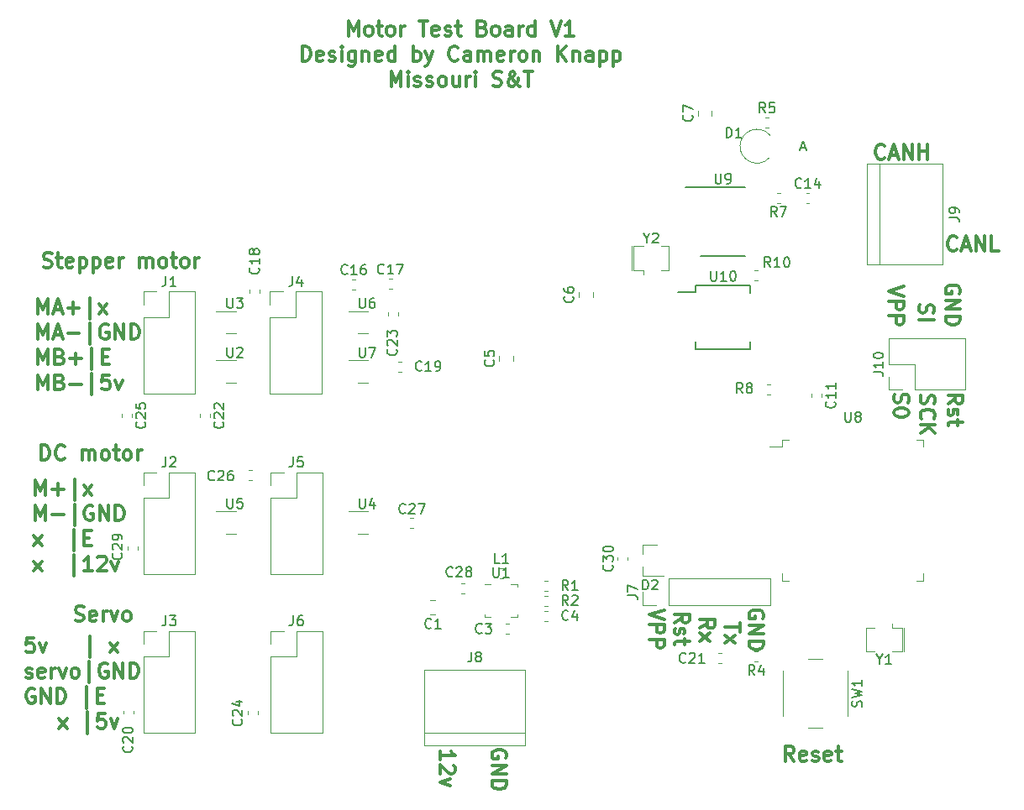
<source format=gbr>
G04 #@! TF.GenerationSoftware,KiCad,Pcbnew,(5.0.2)-1*
G04 #@! TF.CreationDate,2019-02-02T15:46:13-06:00*
G04 #@! TF.ProjectId,Motor test module,4d6f746f-7220-4746-9573-74206d6f6475,rev?*
G04 #@! TF.SameCoordinates,Original*
G04 #@! TF.FileFunction,Legend,Top*
G04 #@! TF.FilePolarity,Positive*
%FSLAX46Y46*%
G04 Gerber Fmt 4.6, Leading zero omitted, Abs format (unit mm)*
G04 Created by KiCad (PCBNEW (5.0.2)-1) date 2/2/2019 3:46:13 PM*
%MOMM*%
%LPD*%
G01*
G04 APERTURE LIST*
%ADD10C,0.300000*%
%ADD11C,0.120000*%
%ADD12C,0.150000*%
G04 APERTURE END LIST*
D10*
X161845857Y-131234571D02*
X161345857Y-130520285D01*
X160988714Y-131234571D02*
X160988714Y-129734571D01*
X161560142Y-129734571D01*
X161703000Y-129806000D01*
X161774428Y-129877428D01*
X161845857Y-130020285D01*
X161845857Y-130234571D01*
X161774428Y-130377428D01*
X161703000Y-130448857D01*
X161560142Y-130520285D01*
X160988714Y-130520285D01*
X163060142Y-131163142D02*
X162917285Y-131234571D01*
X162631571Y-131234571D01*
X162488714Y-131163142D01*
X162417285Y-131020285D01*
X162417285Y-130448857D01*
X162488714Y-130306000D01*
X162631571Y-130234571D01*
X162917285Y-130234571D01*
X163060142Y-130306000D01*
X163131571Y-130448857D01*
X163131571Y-130591714D01*
X162417285Y-130734571D01*
X163703000Y-131163142D02*
X163845857Y-131234571D01*
X164131571Y-131234571D01*
X164274428Y-131163142D01*
X164345857Y-131020285D01*
X164345857Y-130948857D01*
X164274428Y-130806000D01*
X164131571Y-130734571D01*
X163917285Y-130734571D01*
X163774428Y-130663142D01*
X163703000Y-130520285D01*
X163703000Y-130448857D01*
X163774428Y-130306000D01*
X163917285Y-130234571D01*
X164131571Y-130234571D01*
X164274428Y-130306000D01*
X165560142Y-131163142D02*
X165417285Y-131234571D01*
X165131571Y-131234571D01*
X164988714Y-131163142D01*
X164917285Y-131020285D01*
X164917285Y-130448857D01*
X164988714Y-130306000D01*
X165131571Y-130234571D01*
X165417285Y-130234571D01*
X165560142Y-130306000D01*
X165631571Y-130448857D01*
X165631571Y-130591714D01*
X164917285Y-130734571D01*
X166060142Y-130234571D02*
X166631571Y-130234571D01*
X166274428Y-129734571D02*
X166274428Y-131020285D01*
X166345857Y-131163142D01*
X166488714Y-131234571D01*
X166631571Y-131234571D01*
X132830000Y-130937142D02*
X132901428Y-130794285D01*
X132901428Y-130580000D01*
X132830000Y-130365714D01*
X132687142Y-130222857D01*
X132544285Y-130151428D01*
X132258571Y-130080000D01*
X132044285Y-130080000D01*
X131758571Y-130151428D01*
X131615714Y-130222857D01*
X131472857Y-130365714D01*
X131401428Y-130580000D01*
X131401428Y-130722857D01*
X131472857Y-130937142D01*
X131544285Y-131008571D01*
X132044285Y-131008571D01*
X132044285Y-130722857D01*
X131401428Y-131651428D02*
X132901428Y-131651428D01*
X131401428Y-132508571D01*
X132901428Y-132508571D01*
X131401428Y-133222857D02*
X132901428Y-133222857D01*
X132901428Y-133580000D01*
X132830000Y-133794285D01*
X132687142Y-133937142D01*
X132544285Y-134008571D01*
X132258571Y-134080000D01*
X132044285Y-134080000D01*
X131758571Y-134008571D01*
X131615714Y-133937142D01*
X131472857Y-133794285D01*
X131401428Y-133580000D01*
X131401428Y-133222857D01*
X126194428Y-131095857D02*
X126194428Y-130238714D01*
X126194428Y-130667285D02*
X127694428Y-130667285D01*
X127480142Y-130524428D01*
X127337285Y-130381571D01*
X127265857Y-130238714D01*
X127551571Y-131667285D02*
X127623000Y-131738714D01*
X127694428Y-131881571D01*
X127694428Y-132238714D01*
X127623000Y-132381571D01*
X127551571Y-132453000D01*
X127408714Y-132524428D01*
X127265857Y-132524428D01*
X127051571Y-132453000D01*
X126194428Y-131595857D01*
X126194428Y-132524428D01*
X127194428Y-133024428D02*
X126194428Y-133381571D01*
X127194428Y-133738714D01*
X116948571Y-58072571D02*
X116948571Y-56572571D01*
X117448571Y-57644000D01*
X117948571Y-56572571D01*
X117948571Y-58072571D01*
X118877142Y-58072571D02*
X118734285Y-58001142D01*
X118662857Y-57929714D01*
X118591428Y-57786857D01*
X118591428Y-57358285D01*
X118662857Y-57215428D01*
X118734285Y-57144000D01*
X118877142Y-57072571D01*
X119091428Y-57072571D01*
X119234285Y-57144000D01*
X119305714Y-57215428D01*
X119377142Y-57358285D01*
X119377142Y-57786857D01*
X119305714Y-57929714D01*
X119234285Y-58001142D01*
X119091428Y-58072571D01*
X118877142Y-58072571D01*
X119805714Y-57072571D02*
X120377142Y-57072571D01*
X120020000Y-56572571D02*
X120020000Y-57858285D01*
X120091428Y-58001142D01*
X120234285Y-58072571D01*
X120377142Y-58072571D01*
X121091428Y-58072571D02*
X120948571Y-58001142D01*
X120877142Y-57929714D01*
X120805714Y-57786857D01*
X120805714Y-57358285D01*
X120877142Y-57215428D01*
X120948571Y-57144000D01*
X121091428Y-57072571D01*
X121305714Y-57072571D01*
X121448571Y-57144000D01*
X121520000Y-57215428D01*
X121591428Y-57358285D01*
X121591428Y-57786857D01*
X121520000Y-57929714D01*
X121448571Y-58001142D01*
X121305714Y-58072571D01*
X121091428Y-58072571D01*
X122234285Y-58072571D02*
X122234285Y-57072571D01*
X122234285Y-57358285D02*
X122305714Y-57215428D01*
X122377142Y-57144000D01*
X122520000Y-57072571D01*
X122662857Y-57072571D01*
X124091428Y-56572571D02*
X124948571Y-56572571D01*
X124520000Y-58072571D02*
X124520000Y-56572571D01*
X126020000Y-58001142D02*
X125877142Y-58072571D01*
X125591428Y-58072571D01*
X125448571Y-58001142D01*
X125377142Y-57858285D01*
X125377142Y-57286857D01*
X125448571Y-57144000D01*
X125591428Y-57072571D01*
X125877142Y-57072571D01*
X126020000Y-57144000D01*
X126091428Y-57286857D01*
X126091428Y-57429714D01*
X125377142Y-57572571D01*
X126662857Y-58001142D02*
X126805714Y-58072571D01*
X127091428Y-58072571D01*
X127234285Y-58001142D01*
X127305714Y-57858285D01*
X127305714Y-57786857D01*
X127234285Y-57644000D01*
X127091428Y-57572571D01*
X126877142Y-57572571D01*
X126734285Y-57501142D01*
X126662857Y-57358285D01*
X126662857Y-57286857D01*
X126734285Y-57144000D01*
X126877142Y-57072571D01*
X127091428Y-57072571D01*
X127234285Y-57144000D01*
X127734285Y-57072571D02*
X128305714Y-57072571D01*
X127948571Y-56572571D02*
X127948571Y-57858285D01*
X128020000Y-58001142D01*
X128162857Y-58072571D01*
X128305714Y-58072571D01*
X130448571Y-57286857D02*
X130662857Y-57358285D01*
X130734285Y-57429714D01*
X130805714Y-57572571D01*
X130805714Y-57786857D01*
X130734285Y-57929714D01*
X130662857Y-58001142D01*
X130520000Y-58072571D01*
X129948571Y-58072571D01*
X129948571Y-56572571D01*
X130448571Y-56572571D01*
X130591428Y-56644000D01*
X130662857Y-56715428D01*
X130734285Y-56858285D01*
X130734285Y-57001142D01*
X130662857Y-57144000D01*
X130591428Y-57215428D01*
X130448571Y-57286857D01*
X129948571Y-57286857D01*
X131662857Y-58072571D02*
X131520000Y-58001142D01*
X131448571Y-57929714D01*
X131377142Y-57786857D01*
X131377142Y-57358285D01*
X131448571Y-57215428D01*
X131520000Y-57144000D01*
X131662857Y-57072571D01*
X131877142Y-57072571D01*
X132020000Y-57144000D01*
X132091428Y-57215428D01*
X132162857Y-57358285D01*
X132162857Y-57786857D01*
X132091428Y-57929714D01*
X132020000Y-58001142D01*
X131877142Y-58072571D01*
X131662857Y-58072571D01*
X133448571Y-58072571D02*
X133448571Y-57286857D01*
X133377142Y-57144000D01*
X133234285Y-57072571D01*
X132948571Y-57072571D01*
X132805714Y-57144000D01*
X133448571Y-58001142D02*
X133305714Y-58072571D01*
X132948571Y-58072571D01*
X132805714Y-58001142D01*
X132734285Y-57858285D01*
X132734285Y-57715428D01*
X132805714Y-57572571D01*
X132948571Y-57501142D01*
X133305714Y-57501142D01*
X133448571Y-57429714D01*
X134162857Y-58072571D02*
X134162857Y-57072571D01*
X134162857Y-57358285D02*
X134234285Y-57215428D01*
X134305714Y-57144000D01*
X134448571Y-57072571D01*
X134591428Y-57072571D01*
X135734285Y-58072571D02*
X135734285Y-56572571D01*
X135734285Y-58001142D02*
X135591428Y-58072571D01*
X135305714Y-58072571D01*
X135162857Y-58001142D01*
X135091428Y-57929714D01*
X135020000Y-57786857D01*
X135020000Y-57358285D01*
X135091428Y-57215428D01*
X135162857Y-57144000D01*
X135305714Y-57072571D01*
X135591428Y-57072571D01*
X135734285Y-57144000D01*
X137377142Y-56572571D02*
X137877142Y-58072571D01*
X138377142Y-56572571D01*
X139662857Y-58072571D02*
X138805714Y-58072571D01*
X139234285Y-58072571D02*
X139234285Y-56572571D01*
X139091428Y-56786857D01*
X138948571Y-56929714D01*
X138805714Y-57001142D01*
X112269999Y-60622571D02*
X112269999Y-59122571D01*
X112627142Y-59122571D01*
X112841428Y-59194000D01*
X112984285Y-59336857D01*
X113055714Y-59479714D01*
X113127142Y-59765428D01*
X113127142Y-59979714D01*
X113055714Y-60265428D01*
X112984285Y-60408285D01*
X112841428Y-60551142D01*
X112627142Y-60622571D01*
X112269999Y-60622571D01*
X114341428Y-60551142D02*
X114198571Y-60622571D01*
X113912857Y-60622571D01*
X113769999Y-60551142D01*
X113698571Y-60408285D01*
X113698571Y-59836857D01*
X113769999Y-59694000D01*
X113912857Y-59622571D01*
X114198571Y-59622571D01*
X114341428Y-59694000D01*
X114412857Y-59836857D01*
X114412857Y-59979714D01*
X113698571Y-60122571D01*
X114984285Y-60551142D02*
X115127142Y-60622571D01*
X115412857Y-60622571D01*
X115555714Y-60551142D01*
X115627142Y-60408285D01*
X115627142Y-60336857D01*
X115555714Y-60194000D01*
X115412857Y-60122571D01*
X115198571Y-60122571D01*
X115055714Y-60051142D01*
X114984285Y-59908285D01*
X114984285Y-59836857D01*
X115055714Y-59694000D01*
X115198571Y-59622571D01*
X115412857Y-59622571D01*
X115555714Y-59694000D01*
X116269999Y-60622571D02*
X116269999Y-59622571D01*
X116269999Y-59122571D02*
X116198571Y-59194000D01*
X116269999Y-59265428D01*
X116341428Y-59194000D01*
X116269999Y-59122571D01*
X116269999Y-59265428D01*
X117627142Y-59622571D02*
X117627142Y-60836857D01*
X117555714Y-60979714D01*
X117484285Y-61051142D01*
X117341428Y-61122571D01*
X117127142Y-61122571D01*
X116984285Y-61051142D01*
X117627142Y-60551142D02*
X117484285Y-60622571D01*
X117198571Y-60622571D01*
X117055714Y-60551142D01*
X116984285Y-60479714D01*
X116912857Y-60336857D01*
X116912857Y-59908285D01*
X116984285Y-59765428D01*
X117055714Y-59694000D01*
X117198571Y-59622571D01*
X117484285Y-59622571D01*
X117627142Y-59694000D01*
X118341428Y-59622571D02*
X118341428Y-60622571D01*
X118341428Y-59765428D02*
X118412857Y-59694000D01*
X118555714Y-59622571D01*
X118769999Y-59622571D01*
X118912857Y-59694000D01*
X118984285Y-59836857D01*
X118984285Y-60622571D01*
X120270000Y-60551142D02*
X120127142Y-60622571D01*
X119841428Y-60622571D01*
X119698571Y-60551142D01*
X119627142Y-60408285D01*
X119627142Y-59836857D01*
X119698571Y-59694000D01*
X119841428Y-59622571D01*
X120127142Y-59622571D01*
X120270000Y-59694000D01*
X120341428Y-59836857D01*
X120341428Y-59979714D01*
X119627142Y-60122571D01*
X121627142Y-60622571D02*
X121627142Y-59122571D01*
X121627142Y-60551142D02*
X121484285Y-60622571D01*
X121198571Y-60622571D01*
X121055714Y-60551142D01*
X120984285Y-60479714D01*
X120912857Y-60336857D01*
X120912857Y-59908285D01*
X120984285Y-59765428D01*
X121055714Y-59694000D01*
X121198571Y-59622571D01*
X121484285Y-59622571D01*
X121627142Y-59694000D01*
X123484285Y-60622571D02*
X123484285Y-59122571D01*
X123484285Y-59694000D02*
X123627142Y-59622571D01*
X123912857Y-59622571D01*
X124055714Y-59694000D01*
X124127142Y-59765428D01*
X124198571Y-59908285D01*
X124198571Y-60336857D01*
X124127142Y-60479714D01*
X124055714Y-60551142D01*
X123912857Y-60622571D01*
X123627142Y-60622571D01*
X123484285Y-60551142D01*
X124698571Y-59622571D02*
X125055714Y-60622571D01*
X125412857Y-59622571D02*
X125055714Y-60622571D01*
X124912857Y-60979714D01*
X124841428Y-61051142D01*
X124698571Y-61122571D01*
X127984285Y-60479714D02*
X127912857Y-60551142D01*
X127698571Y-60622571D01*
X127555714Y-60622571D01*
X127341428Y-60551142D01*
X127198571Y-60408285D01*
X127127142Y-60265428D01*
X127055714Y-59979714D01*
X127055714Y-59765428D01*
X127127142Y-59479714D01*
X127198571Y-59336857D01*
X127341428Y-59194000D01*
X127555714Y-59122571D01*
X127698571Y-59122571D01*
X127912857Y-59194000D01*
X127984285Y-59265428D01*
X129269999Y-60622571D02*
X129269999Y-59836857D01*
X129198571Y-59694000D01*
X129055714Y-59622571D01*
X128769999Y-59622571D01*
X128627142Y-59694000D01*
X129269999Y-60551142D02*
X129127142Y-60622571D01*
X128769999Y-60622571D01*
X128627142Y-60551142D01*
X128555714Y-60408285D01*
X128555714Y-60265428D01*
X128627142Y-60122571D01*
X128769999Y-60051142D01*
X129127142Y-60051142D01*
X129269999Y-59979714D01*
X129984285Y-60622571D02*
X129984285Y-59622571D01*
X129984285Y-59765428D02*
X130055714Y-59694000D01*
X130198571Y-59622571D01*
X130412857Y-59622571D01*
X130555714Y-59694000D01*
X130627142Y-59836857D01*
X130627142Y-60622571D01*
X130627142Y-59836857D02*
X130698571Y-59694000D01*
X130841428Y-59622571D01*
X131055714Y-59622571D01*
X131198571Y-59694000D01*
X131269999Y-59836857D01*
X131269999Y-60622571D01*
X132555714Y-60551142D02*
X132412857Y-60622571D01*
X132127142Y-60622571D01*
X131984285Y-60551142D01*
X131912857Y-60408285D01*
X131912857Y-59836857D01*
X131984285Y-59694000D01*
X132127142Y-59622571D01*
X132412857Y-59622571D01*
X132555714Y-59694000D01*
X132627142Y-59836857D01*
X132627142Y-59979714D01*
X131912857Y-60122571D01*
X133270000Y-60622571D02*
X133270000Y-59622571D01*
X133270000Y-59908285D02*
X133341428Y-59765428D01*
X133412857Y-59694000D01*
X133555714Y-59622571D01*
X133698571Y-59622571D01*
X134412857Y-60622571D02*
X134270000Y-60551142D01*
X134198571Y-60479714D01*
X134127142Y-60336857D01*
X134127142Y-59908285D01*
X134198571Y-59765428D01*
X134270000Y-59694000D01*
X134412857Y-59622571D01*
X134627142Y-59622571D01*
X134770000Y-59694000D01*
X134841428Y-59765428D01*
X134912857Y-59908285D01*
X134912857Y-60336857D01*
X134841428Y-60479714D01*
X134770000Y-60551142D01*
X134627142Y-60622571D01*
X134412857Y-60622571D01*
X135555714Y-59622571D02*
X135555714Y-60622571D01*
X135555714Y-59765428D02*
X135627142Y-59694000D01*
X135770000Y-59622571D01*
X135984285Y-59622571D01*
X136127142Y-59694000D01*
X136198571Y-59836857D01*
X136198571Y-60622571D01*
X138055714Y-60622571D02*
X138055714Y-59122571D01*
X138912857Y-60622571D02*
X138270000Y-59765428D01*
X138912857Y-59122571D02*
X138055714Y-59979714D01*
X139555714Y-59622571D02*
X139555714Y-60622571D01*
X139555714Y-59765428D02*
X139627142Y-59694000D01*
X139770000Y-59622571D01*
X139984285Y-59622571D01*
X140127142Y-59694000D01*
X140198571Y-59836857D01*
X140198571Y-60622571D01*
X141555714Y-60622571D02*
X141555714Y-59836857D01*
X141484285Y-59694000D01*
X141341428Y-59622571D01*
X141055714Y-59622571D01*
X140912857Y-59694000D01*
X141555714Y-60551142D02*
X141412857Y-60622571D01*
X141055714Y-60622571D01*
X140912857Y-60551142D01*
X140841428Y-60408285D01*
X140841428Y-60265428D01*
X140912857Y-60122571D01*
X141055714Y-60051142D01*
X141412857Y-60051142D01*
X141555714Y-59979714D01*
X142270000Y-59622571D02*
X142270000Y-61122571D01*
X142270000Y-59694000D02*
X142412857Y-59622571D01*
X142698571Y-59622571D01*
X142841428Y-59694000D01*
X142912857Y-59765428D01*
X142984285Y-59908285D01*
X142984285Y-60336857D01*
X142912857Y-60479714D01*
X142841428Y-60551142D01*
X142698571Y-60622571D01*
X142412857Y-60622571D01*
X142270000Y-60551142D01*
X143627142Y-59622571D02*
X143627142Y-61122571D01*
X143627142Y-59694000D02*
X143770000Y-59622571D01*
X144055714Y-59622571D01*
X144198571Y-59694000D01*
X144270000Y-59765428D01*
X144341428Y-59908285D01*
X144341428Y-60336857D01*
X144270000Y-60479714D01*
X144198571Y-60551142D01*
X144055714Y-60622571D01*
X143770000Y-60622571D01*
X143627142Y-60551142D01*
X121234285Y-63172571D02*
X121234285Y-61672571D01*
X121734285Y-62744000D01*
X122234285Y-61672571D01*
X122234285Y-63172571D01*
X122948571Y-63172571D02*
X122948571Y-62172571D01*
X122948571Y-61672571D02*
X122877142Y-61744000D01*
X122948571Y-61815428D01*
X123020000Y-61744000D01*
X122948571Y-61672571D01*
X122948571Y-61815428D01*
X123591428Y-63101142D02*
X123734285Y-63172571D01*
X124020000Y-63172571D01*
X124162857Y-63101142D01*
X124234285Y-62958285D01*
X124234285Y-62886857D01*
X124162857Y-62744000D01*
X124020000Y-62672571D01*
X123805714Y-62672571D01*
X123662857Y-62601142D01*
X123591428Y-62458285D01*
X123591428Y-62386857D01*
X123662857Y-62244000D01*
X123805714Y-62172571D01*
X124020000Y-62172571D01*
X124162857Y-62244000D01*
X124805714Y-63101142D02*
X124948571Y-63172571D01*
X125234285Y-63172571D01*
X125377142Y-63101142D01*
X125448571Y-62958285D01*
X125448571Y-62886857D01*
X125377142Y-62744000D01*
X125234285Y-62672571D01*
X125020000Y-62672571D01*
X124877142Y-62601142D01*
X124805714Y-62458285D01*
X124805714Y-62386857D01*
X124877142Y-62244000D01*
X125020000Y-62172571D01*
X125234285Y-62172571D01*
X125377142Y-62244000D01*
X126305714Y-63172571D02*
X126162857Y-63101142D01*
X126091428Y-63029714D01*
X126020000Y-62886857D01*
X126020000Y-62458285D01*
X126091428Y-62315428D01*
X126162857Y-62244000D01*
X126305714Y-62172571D01*
X126520000Y-62172571D01*
X126662857Y-62244000D01*
X126734285Y-62315428D01*
X126805714Y-62458285D01*
X126805714Y-62886857D01*
X126734285Y-63029714D01*
X126662857Y-63101142D01*
X126520000Y-63172571D01*
X126305714Y-63172571D01*
X128091428Y-62172571D02*
X128091428Y-63172571D01*
X127448571Y-62172571D02*
X127448571Y-62958285D01*
X127520000Y-63101142D01*
X127662857Y-63172571D01*
X127877142Y-63172571D01*
X128020000Y-63101142D01*
X128091428Y-63029714D01*
X128805714Y-63172571D02*
X128805714Y-62172571D01*
X128805714Y-62458285D02*
X128877142Y-62315428D01*
X128948571Y-62244000D01*
X129091428Y-62172571D01*
X129234285Y-62172571D01*
X129734285Y-63172571D02*
X129734285Y-62172571D01*
X129734285Y-61672571D02*
X129662857Y-61744000D01*
X129734285Y-61815428D01*
X129805714Y-61744000D01*
X129734285Y-61672571D01*
X129734285Y-61815428D01*
X131520000Y-63101142D02*
X131734285Y-63172571D01*
X132091428Y-63172571D01*
X132234285Y-63101142D01*
X132305714Y-63029714D01*
X132377142Y-62886857D01*
X132377142Y-62744000D01*
X132305714Y-62601142D01*
X132234285Y-62529714D01*
X132091428Y-62458285D01*
X131805714Y-62386857D01*
X131662857Y-62315428D01*
X131591428Y-62244000D01*
X131520000Y-62101142D01*
X131520000Y-61958285D01*
X131591428Y-61815428D01*
X131662857Y-61744000D01*
X131805714Y-61672571D01*
X132162857Y-61672571D01*
X132377142Y-61744000D01*
X134234285Y-63172571D02*
X134162857Y-63172571D01*
X134020000Y-63101142D01*
X133805714Y-62886857D01*
X133448571Y-62458285D01*
X133305714Y-62244000D01*
X133234285Y-62029714D01*
X133234285Y-61886857D01*
X133305714Y-61744000D01*
X133448571Y-61672571D01*
X133520000Y-61672571D01*
X133662857Y-61744000D01*
X133734285Y-61886857D01*
X133734285Y-61958285D01*
X133662857Y-62101142D01*
X133591428Y-62172571D01*
X133162857Y-62458285D01*
X133091428Y-62529714D01*
X133020000Y-62672571D01*
X133020000Y-62886857D01*
X133091428Y-63029714D01*
X133162857Y-63101142D01*
X133305714Y-63172571D01*
X133520000Y-63172571D01*
X133662857Y-63101142D01*
X133734285Y-63029714D01*
X133948571Y-62744000D01*
X134020000Y-62529714D01*
X134020000Y-62386857D01*
X134662857Y-61672571D02*
X135520000Y-61672571D01*
X135091428Y-63172571D02*
X135091428Y-61672571D01*
X170970000Y-70385714D02*
X170898571Y-70457142D01*
X170684285Y-70528571D01*
X170541428Y-70528571D01*
X170327142Y-70457142D01*
X170184285Y-70314285D01*
X170112857Y-70171428D01*
X170041428Y-69885714D01*
X170041428Y-69671428D01*
X170112857Y-69385714D01*
X170184285Y-69242857D01*
X170327142Y-69100000D01*
X170541428Y-69028571D01*
X170684285Y-69028571D01*
X170898571Y-69100000D01*
X170970000Y-69171428D01*
X171541428Y-70100000D02*
X172255714Y-70100000D01*
X171398571Y-70528571D02*
X171898571Y-69028571D01*
X172398571Y-70528571D01*
X172898571Y-70528571D02*
X172898571Y-69028571D01*
X173755714Y-70528571D01*
X173755714Y-69028571D01*
X174470000Y-70528571D02*
X174470000Y-69028571D01*
X174470000Y-69742857D02*
X175327142Y-69742857D01*
X175327142Y-70528571D02*
X175327142Y-69028571D01*
X178260571Y-79656714D02*
X178189142Y-79728142D01*
X177974857Y-79799571D01*
X177832000Y-79799571D01*
X177617714Y-79728142D01*
X177474857Y-79585285D01*
X177403428Y-79442428D01*
X177332000Y-79156714D01*
X177332000Y-78942428D01*
X177403428Y-78656714D01*
X177474857Y-78513857D01*
X177617714Y-78371000D01*
X177832000Y-78299571D01*
X177974857Y-78299571D01*
X178189142Y-78371000D01*
X178260571Y-78442428D01*
X178832000Y-79371000D02*
X179546285Y-79371000D01*
X178689142Y-79799571D02*
X179189142Y-78299571D01*
X179689142Y-79799571D01*
X180189142Y-79799571D02*
X180189142Y-78299571D01*
X181046285Y-79799571D01*
X181046285Y-78299571D01*
X182474857Y-79799571D02*
X181760571Y-79799571D01*
X181760571Y-78299571D01*
X177375428Y-95186571D02*
X178089714Y-94686571D01*
X177375428Y-94329428D02*
X178875428Y-94329428D01*
X178875428Y-94900857D01*
X178804000Y-95043714D01*
X178732571Y-95115142D01*
X178589714Y-95186571D01*
X178375428Y-95186571D01*
X178232571Y-95115142D01*
X178161142Y-95043714D01*
X178089714Y-94900857D01*
X178089714Y-94329428D01*
X177446857Y-95758000D02*
X177375428Y-95900857D01*
X177375428Y-96186571D01*
X177446857Y-96329428D01*
X177589714Y-96400857D01*
X177661142Y-96400857D01*
X177804000Y-96329428D01*
X177875428Y-96186571D01*
X177875428Y-95972285D01*
X177946857Y-95829428D01*
X178089714Y-95758000D01*
X178161142Y-95758000D01*
X178304000Y-95829428D01*
X178375428Y-95972285D01*
X178375428Y-96186571D01*
X178304000Y-96329428D01*
X178375428Y-96829428D02*
X178375428Y-97400857D01*
X178875428Y-97043714D02*
X177589714Y-97043714D01*
X177446857Y-97115142D01*
X177375428Y-97258000D01*
X177375428Y-97400857D01*
X174652857Y-94337428D02*
X174581428Y-94551714D01*
X174581428Y-94908857D01*
X174652857Y-95051714D01*
X174724285Y-95123142D01*
X174867142Y-95194571D01*
X175010000Y-95194571D01*
X175152857Y-95123142D01*
X175224285Y-95051714D01*
X175295714Y-94908857D01*
X175367142Y-94623142D01*
X175438571Y-94480285D01*
X175510000Y-94408857D01*
X175652857Y-94337428D01*
X175795714Y-94337428D01*
X175938571Y-94408857D01*
X176010000Y-94480285D01*
X176081428Y-94623142D01*
X176081428Y-94980285D01*
X176010000Y-95194571D01*
X174724285Y-96694571D02*
X174652857Y-96623142D01*
X174581428Y-96408857D01*
X174581428Y-96266000D01*
X174652857Y-96051714D01*
X174795714Y-95908857D01*
X174938571Y-95837428D01*
X175224285Y-95766000D01*
X175438571Y-95766000D01*
X175724285Y-95837428D01*
X175867142Y-95908857D01*
X176010000Y-96051714D01*
X176081428Y-96266000D01*
X176081428Y-96408857D01*
X176010000Y-96623142D01*
X175938571Y-96694571D01*
X174581428Y-97337428D02*
X176081428Y-97337428D01*
X174581428Y-98194571D02*
X175438571Y-97551714D01*
X176081428Y-98194571D02*
X175224285Y-97337428D01*
X171985857Y-94234142D02*
X171914428Y-94448428D01*
X171914428Y-94805571D01*
X171985857Y-94948428D01*
X172057285Y-95019857D01*
X172200142Y-95091285D01*
X172343000Y-95091285D01*
X172485857Y-95019857D01*
X172557285Y-94948428D01*
X172628714Y-94805571D01*
X172700142Y-94519857D01*
X172771571Y-94377000D01*
X172843000Y-94305571D01*
X172985857Y-94234142D01*
X173128714Y-94234142D01*
X173271571Y-94305571D01*
X173343000Y-94377000D01*
X173414428Y-94519857D01*
X173414428Y-94877000D01*
X173343000Y-95091285D01*
X173414428Y-96019857D02*
X173414428Y-96162714D01*
X173343000Y-96305571D01*
X173271571Y-96377000D01*
X173128714Y-96448428D01*
X172843000Y-96519857D01*
X172485857Y-96519857D01*
X172200142Y-96448428D01*
X172057285Y-96377000D01*
X171985857Y-96305571D01*
X171914428Y-96162714D01*
X171914428Y-96019857D01*
X171985857Y-95877000D01*
X172057285Y-95805571D01*
X172200142Y-95734142D01*
X172485857Y-95662714D01*
X172843000Y-95662714D01*
X173128714Y-95734142D01*
X173271571Y-95805571D01*
X173343000Y-95877000D01*
X173414428Y-96019857D01*
X178550000Y-84074142D02*
X178621428Y-83931285D01*
X178621428Y-83717000D01*
X178550000Y-83502714D01*
X178407142Y-83359857D01*
X178264285Y-83288428D01*
X177978571Y-83217000D01*
X177764285Y-83217000D01*
X177478571Y-83288428D01*
X177335714Y-83359857D01*
X177192857Y-83502714D01*
X177121428Y-83717000D01*
X177121428Y-83859857D01*
X177192857Y-84074142D01*
X177264285Y-84145571D01*
X177764285Y-84145571D01*
X177764285Y-83859857D01*
X177121428Y-84788428D02*
X178621428Y-84788428D01*
X177121428Y-85645571D01*
X178621428Y-85645571D01*
X177121428Y-86359857D02*
X178621428Y-86359857D01*
X178621428Y-86717000D01*
X178550000Y-86931285D01*
X178407142Y-87074142D01*
X178264285Y-87145571D01*
X177978571Y-87217000D01*
X177764285Y-87217000D01*
X177478571Y-87145571D01*
X177335714Y-87074142D01*
X177192857Y-86931285D01*
X177121428Y-86717000D01*
X177121428Y-86359857D01*
X174525857Y-85193285D02*
X174454428Y-85407571D01*
X174454428Y-85764714D01*
X174525857Y-85907571D01*
X174597285Y-85979000D01*
X174740142Y-86050428D01*
X174883000Y-86050428D01*
X175025857Y-85979000D01*
X175097285Y-85907571D01*
X175168714Y-85764714D01*
X175240142Y-85479000D01*
X175311571Y-85336142D01*
X175383000Y-85264714D01*
X175525857Y-85193285D01*
X175668714Y-85193285D01*
X175811571Y-85264714D01*
X175883000Y-85336142D01*
X175954428Y-85479000D01*
X175954428Y-85836142D01*
X175883000Y-86050428D01*
X174454428Y-86693285D02*
X175954428Y-86693285D01*
X172906428Y-83344000D02*
X171406428Y-83844000D01*
X172906428Y-84344000D01*
X171406428Y-84844000D02*
X172906428Y-84844000D01*
X172906428Y-85415428D01*
X172835000Y-85558285D01*
X172763571Y-85629714D01*
X172620714Y-85701142D01*
X172406428Y-85701142D01*
X172263571Y-85629714D01*
X172192142Y-85558285D01*
X172120714Y-85415428D01*
X172120714Y-84844000D01*
X171406428Y-86344000D02*
X172906428Y-86344000D01*
X172906428Y-86915428D01*
X172835000Y-87058285D01*
X172763571Y-87129714D01*
X172620714Y-87201142D01*
X172406428Y-87201142D01*
X172263571Y-87129714D01*
X172192142Y-87058285D01*
X172120714Y-86915428D01*
X172120714Y-86344000D01*
X158738000Y-116840142D02*
X158809428Y-116697285D01*
X158809428Y-116483000D01*
X158738000Y-116268714D01*
X158595142Y-116125857D01*
X158452285Y-116054428D01*
X158166571Y-115983000D01*
X157952285Y-115983000D01*
X157666571Y-116054428D01*
X157523714Y-116125857D01*
X157380857Y-116268714D01*
X157309428Y-116483000D01*
X157309428Y-116625857D01*
X157380857Y-116840142D01*
X157452285Y-116911571D01*
X157952285Y-116911571D01*
X157952285Y-116625857D01*
X157309428Y-117554428D02*
X158809428Y-117554428D01*
X157309428Y-118411571D01*
X158809428Y-118411571D01*
X157309428Y-119125857D02*
X158809428Y-119125857D01*
X158809428Y-119483000D01*
X158738000Y-119697285D01*
X158595142Y-119840142D01*
X158452285Y-119911571D01*
X158166571Y-119983000D01*
X157952285Y-119983000D01*
X157666571Y-119911571D01*
X157523714Y-119840142D01*
X157380857Y-119697285D01*
X157309428Y-119483000D01*
X157309428Y-119125857D01*
X156396428Y-117328285D02*
X156396428Y-118185428D01*
X154896428Y-117756857D02*
X156396428Y-117756857D01*
X154896428Y-118542571D02*
X155896428Y-119328285D01*
X155896428Y-118542571D02*
X154896428Y-119328285D01*
X152356428Y-117840142D02*
X153070714Y-117340142D01*
X152356428Y-116983000D02*
X153856428Y-116983000D01*
X153856428Y-117554428D01*
X153785000Y-117697285D01*
X153713571Y-117768714D01*
X153570714Y-117840142D01*
X153356428Y-117840142D01*
X153213571Y-117768714D01*
X153142142Y-117697285D01*
X153070714Y-117554428D01*
X153070714Y-116983000D01*
X152356428Y-118340142D02*
X153356428Y-119125857D01*
X153356428Y-118340142D02*
X152356428Y-119125857D01*
X149816428Y-117284571D02*
X150530714Y-116784571D01*
X149816428Y-116427428D02*
X151316428Y-116427428D01*
X151316428Y-116998857D01*
X151245000Y-117141714D01*
X151173571Y-117213142D01*
X151030714Y-117284571D01*
X150816428Y-117284571D01*
X150673571Y-117213142D01*
X150602142Y-117141714D01*
X150530714Y-116998857D01*
X150530714Y-116427428D01*
X149887857Y-117856000D02*
X149816428Y-117998857D01*
X149816428Y-118284571D01*
X149887857Y-118427428D01*
X150030714Y-118498857D01*
X150102142Y-118498857D01*
X150245000Y-118427428D01*
X150316428Y-118284571D01*
X150316428Y-118070285D01*
X150387857Y-117927428D01*
X150530714Y-117856000D01*
X150602142Y-117856000D01*
X150745000Y-117927428D01*
X150816428Y-118070285D01*
X150816428Y-118284571D01*
X150745000Y-118427428D01*
X150816428Y-118927428D02*
X150816428Y-119498857D01*
X151316428Y-119141714D02*
X150030714Y-119141714D01*
X149887857Y-119213142D01*
X149816428Y-119356000D01*
X149816428Y-119498857D01*
X148776428Y-115983000D02*
X147276428Y-116483000D01*
X148776428Y-116983000D01*
X147276428Y-117483000D02*
X148776428Y-117483000D01*
X148776428Y-118054428D01*
X148705000Y-118197285D01*
X148633571Y-118268714D01*
X148490714Y-118340142D01*
X148276428Y-118340142D01*
X148133571Y-118268714D01*
X148062142Y-118197285D01*
X147990714Y-118054428D01*
X147990714Y-117483000D01*
X147276428Y-118983000D02*
X148776428Y-118983000D01*
X148776428Y-119554428D01*
X148705000Y-119697285D01*
X148633571Y-119768714D01*
X148490714Y-119840142D01*
X148276428Y-119840142D01*
X148133571Y-119768714D01*
X148062142Y-119697285D01*
X147990714Y-119554428D01*
X147990714Y-118983000D01*
X89416285Y-117066142D02*
X89630571Y-117137571D01*
X89987714Y-117137571D01*
X90130571Y-117066142D01*
X90202000Y-116994714D01*
X90273428Y-116851857D01*
X90273428Y-116709000D01*
X90202000Y-116566142D01*
X90130571Y-116494714D01*
X89987714Y-116423285D01*
X89702000Y-116351857D01*
X89559142Y-116280428D01*
X89487714Y-116209000D01*
X89416285Y-116066142D01*
X89416285Y-115923285D01*
X89487714Y-115780428D01*
X89559142Y-115709000D01*
X89702000Y-115637571D01*
X90059142Y-115637571D01*
X90273428Y-115709000D01*
X91487714Y-117066142D02*
X91344857Y-117137571D01*
X91059142Y-117137571D01*
X90916285Y-117066142D01*
X90844857Y-116923285D01*
X90844857Y-116351857D01*
X90916285Y-116209000D01*
X91059142Y-116137571D01*
X91344857Y-116137571D01*
X91487714Y-116209000D01*
X91559142Y-116351857D01*
X91559142Y-116494714D01*
X90844857Y-116637571D01*
X92202000Y-117137571D02*
X92202000Y-116137571D01*
X92202000Y-116423285D02*
X92273428Y-116280428D01*
X92344857Y-116209000D01*
X92487714Y-116137571D01*
X92630571Y-116137571D01*
X92987714Y-116137571D02*
X93344857Y-117137571D01*
X93702000Y-116137571D01*
X94487714Y-117137571D02*
X94344857Y-117066142D01*
X94273428Y-116994714D01*
X94202000Y-116851857D01*
X94202000Y-116423285D01*
X94273428Y-116280428D01*
X94344857Y-116209000D01*
X94487714Y-116137571D01*
X94702000Y-116137571D01*
X94844857Y-116209000D01*
X94916285Y-116280428D01*
X94987714Y-116423285D01*
X94987714Y-116851857D01*
X94916285Y-116994714D01*
X94844857Y-117066142D01*
X94702000Y-117137571D01*
X94487714Y-117137571D01*
X85213428Y-118797571D02*
X84499142Y-118797571D01*
X84427714Y-119511857D01*
X84499142Y-119440428D01*
X84642000Y-119369000D01*
X84999142Y-119369000D01*
X85142000Y-119440428D01*
X85213428Y-119511857D01*
X85284857Y-119654714D01*
X85284857Y-120011857D01*
X85213428Y-120154714D01*
X85142000Y-120226142D01*
X84999142Y-120297571D01*
X84642000Y-120297571D01*
X84499142Y-120226142D01*
X84427714Y-120154714D01*
X85784857Y-119297571D02*
X86142000Y-120297571D01*
X86499142Y-119297571D01*
X90856285Y-120797571D02*
X90856285Y-118654714D01*
X92927714Y-120297571D02*
X93713428Y-119297571D01*
X92927714Y-119297571D02*
X93713428Y-120297571D01*
X84427714Y-122776142D02*
X84570571Y-122847571D01*
X84856285Y-122847571D01*
X84999142Y-122776142D01*
X85070571Y-122633285D01*
X85070571Y-122561857D01*
X84999142Y-122419000D01*
X84856285Y-122347571D01*
X84642000Y-122347571D01*
X84499142Y-122276142D01*
X84427714Y-122133285D01*
X84427714Y-122061857D01*
X84499142Y-121919000D01*
X84642000Y-121847571D01*
X84856285Y-121847571D01*
X84999142Y-121919000D01*
X86284857Y-122776142D02*
X86142000Y-122847571D01*
X85856285Y-122847571D01*
X85713428Y-122776142D01*
X85642000Y-122633285D01*
X85642000Y-122061857D01*
X85713428Y-121919000D01*
X85856285Y-121847571D01*
X86142000Y-121847571D01*
X86284857Y-121919000D01*
X86356285Y-122061857D01*
X86356285Y-122204714D01*
X85642000Y-122347571D01*
X86999142Y-122847571D02*
X86999142Y-121847571D01*
X86999142Y-122133285D02*
X87070571Y-121990428D01*
X87142000Y-121919000D01*
X87284857Y-121847571D01*
X87427714Y-121847571D01*
X87784857Y-121847571D02*
X88142000Y-122847571D01*
X88499142Y-121847571D01*
X89284857Y-122847571D02*
X89142000Y-122776142D01*
X89070571Y-122704714D01*
X88999142Y-122561857D01*
X88999142Y-122133285D01*
X89070571Y-121990428D01*
X89142000Y-121919000D01*
X89284857Y-121847571D01*
X89499142Y-121847571D01*
X89642000Y-121919000D01*
X89713428Y-121990428D01*
X89784857Y-122133285D01*
X89784857Y-122561857D01*
X89713428Y-122704714D01*
X89642000Y-122776142D01*
X89499142Y-122847571D01*
X89284857Y-122847571D01*
X90784857Y-123347571D02*
X90784857Y-121204714D01*
X92642000Y-121419000D02*
X92499142Y-121347571D01*
X92284857Y-121347571D01*
X92070571Y-121419000D01*
X91927714Y-121561857D01*
X91856285Y-121704714D01*
X91784857Y-121990428D01*
X91784857Y-122204714D01*
X91856285Y-122490428D01*
X91927714Y-122633285D01*
X92070571Y-122776142D01*
X92284857Y-122847571D01*
X92427714Y-122847571D01*
X92642000Y-122776142D01*
X92713428Y-122704714D01*
X92713428Y-122204714D01*
X92427714Y-122204714D01*
X93356285Y-122847571D02*
X93356285Y-121347571D01*
X94213428Y-122847571D01*
X94213428Y-121347571D01*
X94927714Y-122847571D02*
X94927714Y-121347571D01*
X95284857Y-121347571D01*
X95499142Y-121419000D01*
X95642000Y-121561857D01*
X95713428Y-121704714D01*
X95784857Y-121990428D01*
X95784857Y-122204714D01*
X95713428Y-122490428D01*
X95642000Y-122633285D01*
X95499142Y-122776142D01*
X95284857Y-122847571D01*
X94927714Y-122847571D01*
X85284857Y-123969000D02*
X85142000Y-123897571D01*
X84927714Y-123897571D01*
X84713428Y-123969000D01*
X84570571Y-124111857D01*
X84499142Y-124254714D01*
X84427714Y-124540428D01*
X84427714Y-124754714D01*
X84499142Y-125040428D01*
X84570571Y-125183285D01*
X84713428Y-125326142D01*
X84927714Y-125397571D01*
X85070571Y-125397571D01*
X85284857Y-125326142D01*
X85356285Y-125254714D01*
X85356285Y-124754714D01*
X85070571Y-124754714D01*
X85999142Y-125397571D02*
X85999142Y-123897571D01*
X86856285Y-125397571D01*
X86856285Y-123897571D01*
X87570571Y-125397571D02*
X87570571Y-123897571D01*
X87927714Y-123897571D01*
X88142000Y-123969000D01*
X88284857Y-124111857D01*
X88356285Y-124254714D01*
X88427714Y-124540428D01*
X88427714Y-124754714D01*
X88356285Y-125040428D01*
X88284857Y-125183285D01*
X88142000Y-125326142D01*
X87927714Y-125397571D01*
X87570571Y-125397571D01*
X90570571Y-125897571D02*
X90570571Y-123754714D01*
X91642000Y-124611857D02*
X92142000Y-124611857D01*
X92356285Y-125397571D02*
X91642000Y-125397571D01*
X91642000Y-123897571D01*
X92356285Y-123897571D01*
X87784857Y-127947571D02*
X88570571Y-126947571D01*
X87784857Y-126947571D02*
X88570571Y-127947571D01*
X90642000Y-128447571D02*
X90642000Y-126304714D01*
X92427714Y-126447571D02*
X91713428Y-126447571D01*
X91642000Y-127161857D01*
X91713428Y-127090428D01*
X91856285Y-127019000D01*
X92213428Y-127019000D01*
X92356285Y-127090428D01*
X92427714Y-127161857D01*
X92499142Y-127304714D01*
X92499142Y-127661857D01*
X92427714Y-127804714D01*
X92356285Y-127876142D01*
X92213428Y-127947571D01*
X91856285Y-127947571D01*
X91713428Y-127876142D01*
X91642000Y-127804714D01*
X92999142Y-126947571D02*
X93356285Y-127947571D01*
X93713428Y-126947571D01*
X86194285Y-81379142D02*
X86408571Y-81450571D01*
X86765714Y-81450571D01*
X86908571Y-81379142D01*
X86980000Y-81307714D01*
X87051428Y-81164857D01*
X87051428Y-81022000D01*
X86980000Y-80879142D01*
X86908571Y-80807714D01*
X86765714Y-80736285D01*
X86480000Y-80664857D01*
X86337142Y-80593428D01*
X86265714Y-80522000D01*
X86194285Y-80379142D01*
X86194285Y-80236285D01*
X86265714Y-80093428D01*
X86337142Y-80022000D01*
X86480000Y-79950571D01*
X86837142Y-79950571D01*
X87051428Y-80022000D01*
X87480000Y-80450571D02*
X88051428Y-80450571D01*
X87694285Y-79950571D02*
X87694285Y-81236285D01*
X87765714Y-81379142D01*
X87908571Y-81450571D01*
X88051428Y-81450571D01*
X89122857Y-81379142D02*
X88980000Y-81450571D01*
X88694285Y-81450571D01*
X88551428Y-81379142D01*
X88480000Y-81236285D01*
X88480000Y-80664857D01*
X88551428Y-80522000D01*
X88694285Y-80450571D01*
X88980000Y-80450571D01*
X89122857Y-80522000D01*
X89194285Y-80664857D01*
X89194285Y-80807714D01*
X88480000Y-80950571D01*
X89837142Y-80450571D02*
X89837142Y-81950571D01*
X89837142Y-80522000D02*
X89980000Y-80450571D01*
X90265714Y-80450571D01*
X90408571Y-80522000D01*
X90480000Y-80593428D01*
X90551428Y-80736285D01*
X90551428Y-81164857D01*
X90480000Y-81307714D01*
X90408571Y-81379142D01*
X90265714Y-81450571D01*
X89980000Y-81450571D01*
X89837142Y-81379142D01*
X91194285Y-80450571D02*
X91194285Y-81950571D01*
X91194285Y-80522000D02*
X91337142Y-80450571D01*
X91622857Y-80450571D01*
X91765714Y-80522000D01*
X91837142Y-80593428D01*
X91908571Y-80736285D01*
X91908571Y-81164857D01*
X91837142Y-81307714D01*
X91765714Y-81379142D01*
X91622857Y-81450571D01*
X91337142Y-81450571D01*
X91194285Y-81379142D01*
X93122857Y-81379142D02*
X92980000Y-81450571D01*
X92694285Y-81450571D01*
X92551428Y-81379142D01*
X92480000Y-81236285D01*
X92480000Y-80664857D01*
X92551428Y-80522000D01*
X92694285Y-80450571D01*
X92980000Y-80450571D01*
X93122857Y-80522000D01*
X93194285Y-80664857D01*
X93194285Y-80807714D01*
X92480000Y-80950571D01*
X93837142Y-81450571D02*
X93837142Y-80450571D01*
X93837142Y-80736285D02*
X93908571Y-80593428D01*
X93980000Y-80522000D01*
X94122857Y-80450571D01*
X94265714Y-80450571D01*
X95908571Y-81450571D02*
X95908571Y-80450571D01*
X95908571Y-80593428D02*
X95980000Y-80522000D01*
X96122857Y-80450571D01*
X96337142Y-80450571D01*
X96480000Y-80522000D01*
X96551428Y-80664857D01*
X96551428Y-81450571D01*
X96551428Y-80664857D02*
X96622857Y-80522000D01*
X96765714Y-80450571D01*
X96980000Y-80450571D01*
X97122857Y-80522000D01*
X97194285Y-80664857D01*
X97194285Y-81450571D01*
X98122857Y-81450571D02*
X97980000Y-81379142D01*
X97908571Y-81307714D01*
X97837142Y-81164857D01*
X97837142Y-80736285D01*
X97908571Y-80593428D01*
X97980000Y-80522000D01*
X98122857Y-80450571D01*
X98337142Y-80450571D01*
X98480000Y-80522000D01*
X98551428Y-80593428D01*
X98622857Y-80736285D01*
X98622857Y-81164857D01*
X98551428Y-81307714D01*
X98480000Y-81379142D01*
X98337142Y-81450571D01*
X98122857Y-81450571D01*
X99051428Y-80450571D02*
X99622857Y-80450571D01*
X99265714Y-79950571D02*
X99265714Y-81236285D01*
X99337142Y-81379142D01*
X99480000Y-81450571D01*
X99622857Y-81450571D01*
X100337142Y-81450571D02*
X100194285Y-81379142D01*
X100122857Y-81307714D01*
X100051428Y-81164857D01*
X100051428Y-80736285D01*
X100122857Y-80593428D01*
X100194285Y-80522000D01*
X100337142Y-80450571D01*
X100551428Y-80450571D01*
X100694285Y-80522000D01*
X100765714Y-80593428D01*
X100837142Y-80736285D01*
X100837142Y-81164857D01*
X100765714Y-81307714D01*
X100694285Y-81379142D01*
X100551428Y-81450571D01*
X100337142Y-81450571D01*
X101480000Y-81450571D02*
X101480000Y-80450571D01*
X101480000Y-80736285D02*
X101551428Y-80593428D01*
X101622857Y-80522000D01*
X101765714Y-80450571D01*
X101908571Y-80450571D01*
X85967714Y-100881571D02*
X85967714Y-99381571D01*
X86324857Y-99381571D01*
X86539142Y-99453000D01*
X86682000Y-99595857D01*
X86753428Y-99738714D01*
X86824857Y-100024428D01*
X86824857Y-100238714D01*
X86753428Y-100524428D01*
X86682000Y-100667285D01*
X86539142Y-100810142D01*
X86324857Y-100881571D01*
X85967714Y-100881571D01*
X88324857Y-100738714D02*
X88253428Y-100810142D01*
X88039142Y-100881571D01*
X87896285Y-100881571D01*
X87682000Y-100810142D01*
X87539142Y-100667285D01*
X87467714Y-100524428D01*
X87396285Y-100238714D01*
X87396285Y-100024428D01*
X87467714Y-99738714D01*
X87539142Y-99595857D01*
X87682000Y-99453000D01*
X87896285Y-99381571D01*
X88039142Y-99381571D01*
X88253428Y-99453000D01*
X88324857Y-99524428D01*
X90110571Y-100881571D02*
X90110571Y-99881571D01*
X90110571Y-100024428D02*
X90182000Y-99953000D01*
X90324857Y-99881571D01*
X90539142Y-99881571D01*
X90682000Y-99953000D01*
X90753428Y-100095857D01*
X90753428Y-100881571D01*
X90753428Y-100095857D02*
X90824857Y-99953000D01*
X90967714Y-99881571D01*
X91182000Y-99881571D01*
X91324857Y-99953000D01*
X91396285Y-100095857D01*
X91396285Y-100881571D01*
X92324857Y-100881571D02*
X92182000Y-100810142D01*
X92110571Y-100738714D01*
X92039142Y-100595857D01*
X92039142Y-100167285D01*
X92110571Y-100024428D01*
X92182000Y-99953000D01*
X92324857Y-99881571D01*
X92539142Y-99881571D01*
X92682000Y-99953000D01*
X92753428Y-100024428D01*
X92824857Y-100167285D01*
X92824857Y-100595857D01*
X92753428Y-100738714D01*
X92682000Y-100810142D01*
X92539142Y-100881571D01*
X92324857Y-100881571D01*
X93253428Y-99881571D02*
X93824857Y-99881571D01*
X93467714Y-99381571D02*
X93467714Y-100667285D01*
X93539142Y-100810142D01*
X93682000Y-100881571D01*
X93824857Y-100881571D01*
X94539142Y-100881571D02*
X94396285Y-100810142D01*
X94324857Y-100738714D01*
X94253428Y-100595857D01*
X94253428Y-100167285D01*
X94324857Y-100024428D01*
X94396285Y-99953000D01*
X94539142Y-99881571D01*
X94753428Y-99881571D01*
X94896285Y-99953000D01*
X94967714Y-100024428D01*
X95039142Y-100167285D01*
X95039142Y-100595857D01*
X94967714Y-100738714D01*
X94896285Y-100810142D01*
X94753428Y-100881571D01*
X94539142Y-100881571D01*
X95682000Y-100881571D02*
X95682000Y-99881571D01*
X95682000Y-100167285D02*
X95753428Y-100024428D01*
X95824857Y-99953000D01*
X95967714Y-99881571D01*
X96110571Y-99881571D01*
X85388142Y-104422571D02*
X85388142Y-102922571D01*
X85888142Y-103994000D01*
X86388142Y-102922571D01*
X86388142Y-104422571D01*
X87102428Y-103851142D02*
X88245285Y-103851142D01*
X87673857Y-104422571D02*
X87673857Y-103279714D01*
X89316714Y-104922571D02*
X89316714Y-102779714D01*
X90245285Y-104422571D02*
X91031000Y-103422571D01*
X90245285Y-103422571D02*
X91031000Y-104422571D01*
X85388142Y-106972571D02*
X85388142Y-105472571D01*
X85888142Y-106544000D01*
X86388142Y-105472571D01*
X86388142Y-106972571D01*
X87102428Y-106401142D02*
X88245285Y-106401142D01*
X89316714Y-107472571D02*
X89316714Y-105329714D01*
X91173857Y-105544000D02*
X91031000Y-105472571D01*
X90816714Y-105472571D01*
X90602428Y-105544000D01*
X90459571Y-105686857D01*
X90388142Y-105829714D01*
X90316714Y-106115428D01*
X90316714Y-106329714D01*
X90388142Y-106615428D01*
X90459571Y-106758285D01*
X90602428Y-106901142D01*
X90816714Y-106972571D01*
X90959571Y-106972571D01*
X91173857Y-106901142D01*
X91245285Y-106829714D01*
X91245285Y-106329714D01*
X90959571Y-106329714D01*
X91888142Y-106972571D02*
X91888142Y-105472571D01*
X92745285Y-106972571D01*
X92745285Y-105472571D01*
X93459571Y-106972571D02*
X93459571Y-105472571D01*
X93816714Y-105472571D01*
X94031000Y-105544000D01*
X94173857Y-105686857D01*
X94245285Y-105829714D01*
X94316714Y-106115428D01*
X94316714Y-106329714D01*
X94245285Y-106615428D01*
X94173857Y-106758285D01*
X94031000Y-106901142D01*
X93816714Y-106972571D01*
X93459571Y-106972571D01*
X85245285Y-109522571D02*
X86031000Y-108522571D01*
X85245285Y-108522571D02*
X86031000Y-109522571D01*
X89245285Y-110022571D02*
X89245285Y-107879714D01*
X90316714Y-108736857D02*
X90816714Y-108736857D01*
X91031000Y-109522571D02*
X90316714Y-109522571D01*
X90316714Y-108022571D01*
X91031000Y-108022571D01*
X85245285Y-112072571D02*
X86031000Y-111072571D01*
X85245285Y-111072571D02*
X86031000Y-112072571D01*
X89245285Y-112572571D02*
X89245285Y-110429714D01*
X91102428Y-112072571D02*
X90245285Y-112072571D01*
X90673857Y-112072571D02*
X90673857Y-110572571D01*
X90531000Y-110786857D01*
X90388142Y-110929714D01*
X90245285Y-111001142D01*
X91673857Y-110715428D02*
X91745285Y-110644000D01*
X91888142Y-110572571D01*
X92245285Y-110572571D01*
X92388142Y-110644000D01*
X92459571Y-110715428D01*
X92531000Y-110858285D01*
X92531000Y-111001142D01*
X92459571Y-111215428D01*
X91602428Y-112072571D01*
X92531000Y-112072571D01*
X93031000Y-111072571D02*
X93388142Y-112072571D01*
X93745285Y-111072571D01*
X85642142Y-86134571D02*
X85642142Y-84634571D01*
X86142142Y-85706000D01*
X86642142Y-84634571D01*
X86642142Y-86134571D01*
X87285000Y-85706000D02*
X87999285Y-85706000D01*
X87142142Y-86134571D02*
X87642142Y-84634571D01*
X88142142Y-86134571D01*
X88642142Y-85563142D02*
X89785000Y-85563142D01*
X89213571Y-86134571D02*
X89213571Y-84991714D01*
X90856428Y-86634571D02*
X90856428Y-84491714D01*
X91785000Y-86134571D02*
X92570714Y-85134571D01*
X91785000Y-85134571D02*
X92570714Y-86134571D01*
X85642142Y-88684571D02*
X85642142Y-87184571D01*
X86142142Y-88256000D01*
X86642142Y-87184571D01*
X86642142Y-88684571D01*
X87285000Y-88256000D02*
X87999285Y-88256000D01*
X87142142Y-88684571D02*
X87642142Y-87184571D01*
X88142142Y-88684571D01*
X88642142Y-88113142D02*
X89785000Y-88113142D01*
X90856428Y-89184571D02*
X90856428Y-87041714D01*
X92713571Y-87256000D02*
X92570714Y-87184571D01*
X92356428Y-87184571D01*
X92142142Y-87256000D01*
X91999285Y-87398857D01*
X91927857Y-87541714D01*
X91856428Y-87827428D01*
X91856428Y-88041714D01*
X91927857Y-88327428D01*
X91999285Y-88470285D01*
X92142142Y-88613142D01*
X92356428Y-88684571D01*
X92499285Y-88684571D01*
X92713571Y-88613142D01*
X92785000Y-88541714D01*
X92785000Y-88041714D01*
X92499285Y-88041714D01*
X93427857Y-88684571D02*
X93427857Y-87184571D01*
X94285000Y-88684571D01*
X94285000Y-87184571D01*
X94999285Y-88684571D02*
X94999285Y-87184571D01*
X95356428Y-87184571D01*
X95570714Y-87256000D01*
X95713571Y-87398857D01*
X95785000Y-87541714D01*
X95856428Y-87827428D01*
X95856428Y-88041714D01*
X95785000Y-88327428D01*
X95713571Y-88470285D01*
X95570714Y-88613142D01*
X95356428Y-88684571D01*
X94999285Y-88684571D01*
X85642142Y-91234571D02*
X85642142Y-89734571D01*
X86142142Y-90806000D01*
X86642142Y-89734571D01*
X86642142Y-91234571D01*
X87856428Y-90448857D02*
X88070714Y-90520285D01*
X88142142Y-90591714D01*
X88213571Y-90734571D01*
X88213571Y-90948857D01*
X88142142Y-91091714D01*
X88070714Y-91163142D01*
X87927857Y-91234571D01*
X87356428Y-91234571D01*
X87356428Y-89734571D01*
X87856428Y-89734571D01*
X87999285Y-89806000D01*
X88070714Y-89877428D01*
X88142142Y-90020285D01*
X88142142Y-90163142D01*
X88070714Y-90306000D01*
X87999285Y-90377428D01*
X87856428Y-90448857D01*
X87356428Y-90448857D01*
X88856428Y-90663142D02*
X89999285Y-90663142D01*
X89427857Y-91234571D02*
X89427857Y-90091714D01*
X91070714Y-91734571D02*
X91070714Y-89591714D01*
X92142142Y-90448857D02*
X92642142Y-90448857D01*
X92856428Y-91234571D02*
X92142142Y-91234571D01*
X92142142Y-89734571D01*
X92856428Y-89734571D01*
X85642142Y-93784571D02*
X85642142Y-92284571D01*
X86142142Y-93356000D01*
X86642142Y-92284571D01*
X86642142Y-93784571D01*
X87856428Y-92998857D02*
X88070714Y-93070285D01*
X88142142Y-93141714D01*
X88213571Y-93284571D01*
X88213571Y-93498857D01*
X88142142Y-93641714D01*
X88070714Y-93713142D01*
X87927857Y-93784571D01*
X87356428Y-93784571D01*
X87356428Y-92284571D01*
X87856428Y-92284571D01*
X87999285Y-92356000D01*
X88070714Y-92427428D01*
X88142142Y-92570285D01*
X88142142Y-92713142D01*
X88070714Y-92856000D01*
X87999285Y-92927428D01*
X87856428Y-92998857D01*
X87356428Y-92998857D01*
X88856428Y-93213142D02*
X89999285Y-93213142D01*
X91070714Y-94284571D02*
X91070714Y-92141714D01*
X92856428Y-92284571D02*
X92142142Y-92284571D01*
X92070714Y-92998857D01*
X92142142Y-92927428D01*
X92285000Y-92856000D01*
X92642142Y-92856000D01*
X92785000Y-92927428D01*
X92856428Y-92998857D01*
X92927857Y-93141714D01*
X92927857Y-93498857D01*
X92856428Y-93641714D01*
X92785000Y-93713142D01*
X92642142Y-93784571D01*
X92285000Y-93784571D01*
X92142142Y-93713142D01*
X92070714Y-93641714D01*
X93427857Y-92784571D02*
X93785000Y-93784571D01*
X94142142Y-92784571D01*
D11*
G04 #@! TO.C,J10*
X179130000Y-93786000D02*
X179130000Y-88586000D01*
X173990000Y-93786000D02*
X179130000Y-93786000D01*
X171390000Y-88586000D02*
X179130000Y-88586000D01*
X173990000Y-93786000D02*
X173990000Y-91186000D01*
X173990000Y-91186000D02*
X171390000Y-91186000D01*
X171390000Y-91186000D02*
X171390000Y-88586000D01*
X172720000Y-93786000D02*
X171390000Y-93786000D01*
X171390000Y-93786000D02*
X171390000Y-92456000D01*
G04 #@! TO.C,U8*
X161357000Y-98808000D02*
X160657000Y-98808000D01*
X160657000Y-98808000D02*
X160657000Y-99508000D01*
X174177000Y-98808000D02*
X174877000Y-98808000D01*
X174877000Y-98808000D02*
X174877000Y-99508000D01*
X174177000Y-113028000D02*
X174877000Y-113028000D01*
X174877000Y-113028000D02*
X174877000Y-112328000D01*
X161357000Y-113028000D02*
X160657000Y-113028000D01*
X160657000Y-113028000D02*
X160657000Y-112328000D01*
X160657000Y-99508000D02*
X159367000Y-99508000D01*
G04 #@! TO.C,J8*
X134747000Y-128397000D02*
X124587000Y-128397000D01*
X134747000Y-129667000D02*
X134747000Y-122047000D01*
X134747000Y-122047000D02*
X124587000Y-122047000D01*
X124587000Y-122047000D02*
X124587000Y-129667000D01*
X124587000Y-129667000D02*
X134747000Y-129667000D01*
G04 #@! TO.C,U7*
X116927500Y-90828000D02*
X118927500Y-90828000D01*
X118927500Y-93068000D02*
X117927500Y-93068000D01*
G04 #@! TO.C,U6*
X118927500Y-88115000D02*
X117927500Y-88115000D01*
X116927500Y-85875000D02*
X118927500Y-85875000D01*
G04 #@! TO.C,U5*
X103592500Y-106068000D02*
X105592500Y-106068000D01*
X105592500Y-108308000D02*
X104592500Y-108308000D01*
G04 #@! TO.C,U4*
X118927500Y-108308000D02*
X117927500Y-108308000D01*
X116927500Y-106068000D02*
X118927500Y-106068000D01*
G04 #@! TO.C,U2*
X103592500Y-90828000D02*
X105592500Y-90828000D01*
X105592500Y-93068000D02*
X104592500Y-93068000D01*
G04 #@! TO.C,U3*
X103592500Y-85856000D02*
X105592500Y-85856000D01*
X105592500Y-88096000D02*
X104592500Y-88096000D01*
G04 #@! TO.C,C3*
X132806221Y-117409500D02*
X133131779Y-117409500D01*
X132806221Y-118429500D02*
X133131779Y-118429500D01*
G04 #@! TO.C,C4*
X137005279Y-116076000D02*
X136679721Y-116076000D01*
X137005279Y-117096000D02*
X136679721Y-117096000D01*
G04 #@! TO.C,C14*
X163057721Y-73912000D02*
X163383279Y-73912000D01*
X163057721Y-74932000D02*
X163383279Y-74932000D01*
G04 #@! TO.C,D1*
X159366551Y-70382366D02*
G75*
G02X159426153Y-68115000I-1251551J1167366D01*
G01*
G04 #@! TO.C,U1*
X133270000Y-116696000D02*
X133935000Y-116696000D01*
X130635000Y-113396000D02*
X131300000Y-113396000D01*
X133270000Y-113396000D02*
X133935000Y-113396000D01*
X130635000Y-116696000D02*
X131300000Y-116696000D01*
X133935000Y-113646000D02*
X133935000Y-113396000D01*
X133935000Y-116446000D02*
X133935000Y-116696000D01*
X130635000Y-116696000D02*
X130635000Y-116446000D01*
D12*
G04 #@! TO.C,U9*
X152461000Y-80285000D02*
X156911000Y-80285000D01*
X150936000Y-73385000D02*
X156911000Y-73385000D01*
D11*
G04 #@! TO.C,C16*
X117312121Y-83644200D02*
X117637679Y-83644200D01*
X117312121Y-82624200D02*
X117637679Y-82624200D01*
G04 #@! TO.C,C17*
X120995221Y-82573400D02*
X121320779Y-82573400D01*
X120995221Y-83593400D02*
X121320779Y-83593400D01*
G04 #@! TO.C,C18*
X106995500Y-83982779D02*
X106995500Y-83657221D01*
X108015500Y-83982779D02*
X108015500Y-83657221D01*
G04 #@! TO.C,C19*
X121947721Y-91950000D02*
X122273279Y-91950000D01*
X121947721Y-90930000D02*
X122273279Y-90930000D01*
G04 #@! TO.C,C20*
X95252000Y-126151321D02*
X95252000Y-126476879D01*
X94232000Y-126151321D02*
X94232000Y-126476879D01*
G04 #@! TO.C,C21*
X154518680Y-120368600D02*
X154193122Y-120368600D01*
X154518680Y-121388600D02*
X154193122Y-121388600D01*
G04 #@! TO.C,C22*
X101979000Y-96230221D02*
X101979000Y-96555779D01*
X102999000Y-96230221D02*
X102999000Y-96555779D01*
G04 #@! TO.C,C23*
X120902000Y-86294279D02*
X120902000Y-85968721D01*
X121922000Y-86294279D02*
X121922000Y-85968721D01*
G04 #@! TO.C,C24*
X106805000Y-126202221D02*
X106805000Y-126527779D01*
X107825000Y-126202221D02*
X107825000Y-126527779D01*
G04 #@! TO.C,C25*
X95125000Y-96230221D02*
X95125000Y-96555779D01*
X94105000Y-96230221D02*
X94105000Y-96555779D01*
G04 #@! TO.C,C26*
X107223779Y-102872000D02*
X106898221Y-102872000D01*
X107223779Y-101852000D02*
X106898221Y-101852000D01*
G04 #@! TO.C,C27*
X123154221Y-107761500D02*
X123479779Y-107761500D01*
X123154221Y-106741500D02*
X123479779Y-106741500D01*
G04 #@! TO.C,C28*
X128623279Y-113345500D02*
X128297721Y-113345500D01*
X128623279Y-114365500D02*
X128297721Y-114365500D01*
G04 #@! TO.C,C29*
X95683800Y-109565120D02*
X95683800Y-109890678D01*
X94663800Y-109565120D02*
X94663800Y-109890678D01*
G04 #@! TO.C,C30*
X145086800Y-110982979D02*
X145086800Y-110657421D01*
X144066800Y-110982979D02*
X144066800Y-110657421D01*
G04 #@! TO.C,J1*
X96269500Y-94167000D02*
X101469500Y-94167000D01*
X96269500Y-86487000D02*
X96269500Y-94167000D01*
X101469500Y-83887000D02*
X101469500Y-94167000D01*
X96269500Y-86487000D02*
X98869500Y-86487000D01*
X98869500Y-86487000D02*
X98869500Y-83887000D01*
X98869500Y-83887000D02*
X101469500Y-83887000D01*
X96269500Y-85217000D02*
X96269500Y-83887000D01*
X96269500Y-83887000D02*
X97599500Y-83887000D01*
G04 #@! TO.C,J2*
X96269500Y-112391500D02*
X101469500Y-112391500D01*
X96269500Y-104711500D02*
X96269500Y-112391500D01*
X101469500Y-102111500D02*
X101469500Y-112391500D01*
X96269500Y-104711500D02*
X98869500Y-104711500D01*
X98869500Y-104711500D02*
X98869500Y-102111500D01*
X98869500Y-102111500D02*
X101469500Y-102111500D01*
X96269500Y-103441500D02*
X96269500Y-102111500D01*
X96269500Y-102111500D02*
X97599500Y-102111500D01*
G04 #@! TO.C,J3*
X96269500Y-118113500D02*
X97599500Y-118113500D01*
X96269500Y-119443500D02*
X96269500Y-118113500D01*
X98869500Y-118113500D02*
X101469500Y-118113500D01*
X98869500Y-120713500D02*
X98869500Y-118113500D01*
X96269500Y-120713500D02*
X98869500Y-120713500D01*
X101469500Y-118113500D02*
X101469500Y-128393500D01*
X96269500Y-120713500D02*
X96269500Y-128393500D01*
X96269500Y-128393500D02*
X101469500Y-128393500D01*
G04 #@! TO.C,J4*
X109033000Y-83887000D02*
X110363000Y-83887000D01*
X109033000Y-85217000D02*
X109033000Y-83887000D01*
X111633000Y-83887000D02*
X114233000Y-83887000D01*
X111633000Y-86487000D02*
X111633000Y-83887000D01*
X109033000Y-86487000D02*
X111633000Y-86487000D01*
X114233000Y-83887000D02*
X114233000Y-94167000D01*
X109033000Y-86487000D02*
X109033000Y-94167000D01*
X109033000Y-94167000D02*
X114233000Y-94167000D01*
G04 #@! TO.C,J5*
X109096500Y-112391500D02*
X114296500Y-112391500D01*
X109096500Y-104711500D02*
X109096500Y-112391500D01*
X114296500Y-102111500D02*
X114296500Y-112391500D01*
X109096500Y-104711500D02*
X111696500Y-104711500D01*
X111696500Y-104711500D02*
X111696500Y-102111500D01*
X111696500Y-102111500D02*
X114296500Y-102111500D01*
X109096500Y-103441500D02*
X109096500Y-102111500D01*
X109096500Y-102111500D02*
X110426500Y-102111500D01*
G04 #@! TO.C,J6*
X109096500Y-118113500D02*
X110426500Y-118113500D01*
X109096500Y-119443500D02*
X109096500Y-118113500D01*
X111696500Y-118113500D02*
X114296500Y-118113500D01*
X111696500Y-120713500D02*
X111696500Y-118113500D01*
X109096500Y-120713500D02*
X111696500Y-120713500D01*
X114296500Y-118113500D02*
X114296500Y-128393500D01*
X109096500Y-120713500D02*
X109096500Y-128393500D01*
X109096500Y-128393500D02*
X114296500Y-128393500D01*
G04 #@! TO.C,L1*
X132196721Y-111758000D02*
X132522279Y-111758000D01*
X132196721Y-112778000D02*
X132522279Y-112778000D01*
G04 #@! TO.C,R1*
X137005279Y-114048000D02*
X136679721Y-114048000D01*
X137005279Y-113028000D02*
X136679721Y-113028000D01*
G04 #@! TO.C,R2*
X136679721Y-115572000D02*
X137005279Y-115572000D01*
X136679721Y-114552000D02*
X137005279Y-114552000D01*
G04 #@! TO.C,R5*
X158968221Y-67312000D02*
X159293779Y-67312000D01*
X158968221Y-66292000D02*
X159293779Y-66292000D01*
G04 #@! TO.C,R7*
X160436779Y-74932000D02*
X160111221Y-74932000D01*
X160436779Y-73912000D02*
X160111221Y-73912000D01*
G04 #@! TO.C,R8*
X159120721Y-94236000D02*
X159446279Y-94236000D01*
X159120721Y-93216000D02*
X159446279Y-93216000D01*
G04 #@! TO.C,R10*
X158150779Y-82729800D02*
X157825221Y-82729800D01*
X158150779Y-81709800D02*
X157825221Y-81709800D01*
D12*
G04 #@! TO.C,U10*
X151936000Y-83282000D02*
X151936000Y-83937000D01*
X157436000Y-83282000D02*
X157436000Y-84032000D01*
X157436000Y-89692000D02*
X157436000Y-88942000D01*
X151936000Y-89692000D02*
X151936000Y-88942000D01*
X151936000Y-83282000D02*
X157436000Y-83282000D01*
X151936000Y-89692000D02*
X157436000Y-89692000D01*
X151936000Y-83937000D02*
X150186000Y-83937000D01*
D11*
G04 #@! TO.C,Y1*
X172942000Y-118199000D02*
X172942000Y-117799000D01*
X172742000Y-118199000D02*
X172742000Y-117799000D01*
X169142000Y-118199000D02*
X169142000Y-117799000D01*
X172942000Y-120199000D02*
X172942000Y-118199000D01*
X171742000Y-117799000D02*
X171742000Y-117399000D01*
X171742000Y-117799000D02*
X172742000Y-117799000D01*
X172742000Y-118199000D02*
X172742000Y-120199000D01*
X172742000Y-120199000D02*
X171742000Y-120199000D01*
X169942000Y-120199000D02*
X169142000Y-120199000D01*
X169142000Y-120199000D02*
X169142000Y-118199000D01*
X169142000Y-117799000D02*
X169942000Y-117799000D01*
G04 #@! TO.C,Y2*
X149247000Y-81718000D02*
X148447000Y-81718000D01*
X149247000Y-79318000D02*
X149247000Y-81318000D01*
X148447000Y-79318000D02*
X149247000Y-79318000D01*
X145647000Y-79318000D02*
X146647000Y-79318000D01*
X145647000Y-81318000D02*
X145647000Y-79318000D01*
X146647000Y-81718000D02*
X145647000Y-81718000D01*
X146647000Y-81718000D02*
X146647000Y-82118000D01*
X145447000Y-79318000D02*
X145447000Y-81318000D01*
X149247000Y-81318000D02*
X149247000Y-81718000D01*
X145647000Y-81318000D02*
X145647000Y-81718000D01*
X145447000Y-81318000D02*
X145447000Y-81718000D01*
G04 #@! TO.C,C11*
X164657500Y-94198221D02*
X164657500Y-94523779D01*
X163637500Y-94198221D02*
X163637500Y-94523779D01*
G04 #@! TO.C,R4*
X157850721Y-120140000D02*
X158176279Y-120140000D01*
X157850721Y-121160000D02*
X158176279Y-121160000D01*
G04 #@! TO.C,SW1*
X160743000Y-122158000D02*
X160743000Y-126658000D01*
X164743000Y-120908000D02*
X163243000Y-120908000D01*
X167243000Y-126658000D02*
X167243000Y-122158000D01*
X163243000Y-127908000D02*
X164743000Y-127908000D01*
G04 #@! TO.C,J7*
X159445000Y-115503000D02*
X159445000Y-112843000D01*
X149225000Y-115503000D02*
X159445000Y-115503000D01*
X149225000Y-112843000D02*
X159445000Y-112843000D01*
X149225000Y-115503000D02*
X149225000Y-112843000D01*
X147955000Y-115503000D02*
X146625000Y-115503000D01*
X146625000Y-115503000D02*
X146625000Y-114173000D01*
G04 #@! TO.C,D2*
X146560000Y-109418000D02*
X146560000Y-110348000D01*
X146560000Y-112578000D02*
X146560000Y-111648000D01*
X146560000Y-112578000D02*
X148720000Y-112578000D01*
X146560000Y-109418000D02*
X148020000Y-109418000D01*
G04 #@! TO.C,J9*
X170434000Y-81153000D02*
X170434000Y-70993000D01*
X169164000Y-81153000D02*
X176784000Y-81153000D01*
X176784000Y-81153000D02*
X176784000Y-70993000D01*
X176784000Y-70993000D02*
X169164000Y-70993000D01*
X169164000Y-70993000D02*
X169164000Y-81153000D01*
G04 #@! TO.C,C1*
X125709078Y-115050500D02*
X125191922Y-115050500D01*
X125709078Y-116470500D02*
X125191922Y-116470500D01*
G04 #@! TO.C,C5*
X132132000Y-90873078D02*
X132132000Y-90355922D01*
X133552000Y-90873078D02*
X133552000Y-90355922D01*
G04 #@! TO.C,C6*
X141553000Y-84459578D02*
X141553000Y-83942422D01*
X140133000Y-84459578D02*
X140133000Y-83942422D01*
G04 #@! TO.C,C7*
X152134500Y-66171578D02*
X152134500Y-65654422D01*
X153554500Y-66171578D02*
X153554500Y-65654422D01*
G04 #@! TO.C,J10*
D12*
X169842380Y-91995523D02*
X170556666Y-91995523D01*
X170699523Y-92043142D01*
X170794761Y-92138380D01*
X170842380Y-92281238D01*
X170842380Y-92376476D01*
X170842380Y-90995523D02*
X170842380Y-91566952D01*
X170842380Y-91281238D02*
X169842380Y-91281238D01*
X169985238Y-91376476D01*
X170080476Y-91471714D01*
X170128095Y-91566952D01*
X169842380Y-90376476D02*
X169842380Y-90281238D01*
X169890000Y-90186000D01*
X169937619Y-90138380D01*
X170032857Y-90090761D01*
X170223333Y-90043142D01*
X170461428Y-90043142D01*
X170651904Y-90090761D01*
X170747142Y-90138380D01*
X170794761Y-90186000D01*
X170842380Y-90281238D01*
X170842380Y-90376476D01*
X170794761Y-90471714D01*
X170747142Y-90519333D01*
X170651904Y-90566952D01*
X170461428Y-90614571D01*
X170223333Y-90614571D01*
X170032857Y-90566952D01*
X169937619Y-90519333D01*
X169890000Y-90471714D01*
X169842380Y-90376476D01*
G04 #@! TO.C,U8*
X167005095Y-96020380D02*
X167005095Y-96829904D01*
X167052714Y-96925142D01*
X167100333Y-96972761D01*
X167195571Y-97020380D01*
X167386047Y-97020380D01*
X167481285Y-96972761D01*
X167528904Y-96925142D01*
X167576523Y-96829904D01*
X167576523Y-96020380D01*
X168195571Y-96448952D02*
X168100333Y-96401333D01*
X168052714Y-96353714D01*
X168005095Y-96258476D01*
X168005095Y-96210857D01*
X168052714Y-96115619D01*
X168100333Y-96068000D01*
X168195571Y-96020380D01*
X168386047Y-96020380D01*
X168481285Y-96068000D01*
X168528904Y-96115619D01*
X168576523Y-96210857D01*
X168576523Y-96258476D01*
X168528904Y-96353714D01*
X168481285Y-96401333D01*
X168386047Y-96448952D01*
X168195571Y-96448952D01*
X168100333Y-96496571D01*
X168052714Y-96544190D01*
X168005095Y-96639428D01*
X168005095Y-96829904D01*
X168052714Y-96925142D01*
X168100333Y-96972761D01*
X168195571Y-97020380D01*
X168386047Y-97020380D01*
X168481285Y-96972761D01*
X168528904Y-96925142D01*
X168576523Y-96829904D01*
X168576523Y-96639428D01*
X168528904Y-96544190D01*
X168481285Y-96496571D01*
X168386047Y-96448952D01*
G04 #@! TO.C,J8*
X129333666Y-120229380D02*
X129333666Y-120943666D01*
X129286047Y-121086523D01*
X129190809Y-121181761D01*
X129047952Y-121229380D01*
X128952714Y-121229380D01*
X129952714Y-120657952D02*
X129857476Y-120610333D01*
X129809857Y-120562714D01*
X129762238Y-120467476D01*
X129762238Y-120419857D01*
X129809857Y-120324619D01*
X129857476Y-120277000D01*
X129952714Y-120229380D01*
X130143190Y-120229380D01*
X130238428Y-120277000D01*
X130286047Y-120324619D01*
X130333666Y-120419857D01*
X130333666Y-120467476D01*
X130286047Y-120562714D01*
X130238428Y-120610333D01*
X130143190Y-120657952D01*
X129952714Y-120657952D01*
X129857476Y-120705571D01*
X129809857Y-120753190D01*
X129762238Y-120848428D01*
X129762238Y-121038904D01*
X129809857Y-121134142D01*
X129857476Y-121181761D01*
X129952714Y-121229380D01*
X130143190Y-121229380D01*
X130238428Y-121181761D01*
X130286047Y-121134142D01*
X130333666Y-121038904D01*
X130333666Y-120848428D01*
X130286047Y-120753190D01*
X130238428Y-120705571D01*
X130143190Y-120657952D01*
G04 #@! TO.C,U7*
X118045595Y-89500380D02*
X118045595Y-90309904D01*
X118093214Y-90405142D01*
X118140833Y-90452761D01*
X118236071Y-90500380D01*
X118426547Y-90500380D01*
X118521785Y-90452761D01*
X118569404Y-90405142D01*
X118617023Y-90309904D01*
X118617023Y-89500380D01*
X118997976Y-89500380D02*
X119664642Y-89500380D01*
X119236071Y-90500380D01*
G04 #@! TO.C,U6*
X118045595Y-84547380D02*
X118045595Y-85356904D01*
X118093214Y-85452142D01*
X118140833Y-85499761D01*
X118236071Y-85547380D01*
X118426547Y-85547380D01*
X118521785Y-85499761D01*
X118569404Y-85452142D01*
X118617023Y-85356904D01*
X118617023Y-84547380D01*
X119521785Y-84547380D02*
X119331309Y-84547380D01*
X119236071Y-84595000D01*
X119188452Y-84642619D01*
X119093214Y-84785476D01*
X119045595Y-84975952D01*
X119045595Y-85356904D01*
X119093214Y-85452142D01*
X119140833Y-85499761D01*
X119236071Y-85547380D01*
X119426547Y-85547380D01*
X119521785Y-85499761D01*
X119569404Y-85452142D01*
X119617023Y-85356904D01*
X119617023Y-85118809D01*
X119569404Y-85023571D01*
X119521785Y-84975952D01*
X119426547Y-84928333D01*
X119236071Y-84928333D01*
X119140833Y-84975952D01*
X119093214Y-85023571D01*
X119045595Y-85118809D01*
G04 #@! TO.C,U5*
X104710595Y-104740380D02*
X104710595Y-105549904D01*
X104758214Y-105645142D01*
X104805833Y-105692761D01*
X104901071Y-105740380D01*
X105091547Y-105740380D01*
X105186785Y-105692761D01*
X105234404Y-105645142D01*
X105282023Y-105549904D01*
X105282023Y-104740380D01*
X106234404Y-104740380D02*
X105758214Y-104740380D01*
X105710595Y-105216571D01*
X105758214Y-105168952D01*
X105853452Y-105121333D01*
X106091547Y-105121333D01*
X106186785Y-105168952D01*
X106234404Y-105216571D01*
X106282023Y-105311809D01*
X106282023Y-105549904D01*
X106234404Y-105645142D01*
X106186785Y-105692761D01*
X106091547Y-105740380D01*
X105853452Y-105740380D01*
X105758214Y-105692761D01*
X105710595Y-105645142D01*
G04 #@! TO.C,U4*
X118045595Y-104740380D02*
X118045595Y-105549904D01*
X118093214Y-105645142D01*
X118140833Y-105692761D01*
X118236071Y-105740380D01*
X118426547Y-105740380D01*
X118521785Y-105692761D01*
X118569404Y-105645142D01*
X118617023Y-105549904D01*
X118617023Y-104740380D01*
X119521785Y-105073714D02*
X119521785Y-105740380D01*
X119283690Y-104692761D02*
X119045595Y-105407047D01*
X119664642Y-105407047D01*
G04 #@! TO.C,U2*
X104710595Y-89500380D02*
X104710595Y-90309904D01*
X104758214Y-90405142D01*
X104805833Y-90452761D01*
X104901071Y-90500380D01*
X105091547Y-90500380D01*
X105186785Y-90452761D01*
X105234404Y-90405142D01*
X105282023Y-90309904D01*
X105282023Y-89500380D01*
X105710595Y-89595619D02*
X105758214Y-89548000D01*
X105853452Y-89500380D01*
X106091547Y-89500380D01*
X106186785Y-89548000D01*
X106234404Y-89595619D01*
X106282023Y-89690857D01*
X106282023Y-89786095D01*
X106234404Y-89928952D01*
X105662976Y-90500380D01*
X106282023Y-90500380D01*
G04 #@! TO.C,U3*
X104710595Y-84528380D02*
X104710595Y-85337904D01*
X104758214Y-85433142D01*
X104805833Y-85480761D01*
X104901071Y-85528380D01*
X105091547Y-85528380D01*
X105186785Y-85480761D01*
X105234404Y-85433142D01*
X105282023Y-85337904D01*
X105282023Y-84528380D01*
X105662976Y-84528380D02*
X106282023Y-84528380D01*
X105948690Y-84909333D01*
X106091547Y-84909333D01*
X106186785Y-84956952D01*
X106234404Y-85004571D01*
X106282023Y-85099809D01*
X106282023Y-85337904D01*
X106234404Y-85433142D01*
X106186785Y-85480761D01*
X106091547Y-85528380D01*
X105805833Y-85528380D01*
X105710595Y-85480761D01*
X105662976Y-85433142D01*
G04 #@! TO.C,C3*
X130389333Y-118276642D02*
X130341714Y-118324261D01*
X130198857Y-118371880D01*
X130103619Y-118371880D01*
X129960761Y-118324261D01*
X129865523Y-118229023D01*
X129817904Y-118133785D01*
X129770285Y-117943309D01*
X129770285Y-117800452D01*
X129817904Y-117609976D01*
X129865523Y-117514738D01*
X129960761Y-117419500D01*
X130103619Y-117371880D01*
X130198857Y-117371880D01*
X130341714Y-117419500D01*
X130389333Y-117467119D01*
X130722666Y-117371880D02*
X131341714Y-117371880D01*
X131008380Y-117752833D01*
X131151238Y-117752833D01*
X131246476Y-117800452D01*
X131294095Y-117848071D01*
X131341714Y-117943309D01*
X131341714Y-118181404D01*
X131294095Y-118276642D01*
X131246476Y-118324261D01*
X131151238Y-118371880D01*
X130865523Y-118371880D01*
X130770285Y-118324261D01*
X130722666Y-118276642D01*
G04 #@! TO.C,C4*
X139088833Y-116943142D02*
X139041214Y-116990761D01*
X138898357Y-117038380D01*
X138803119Y-117038380D01*
X138660261Y-116990761D01*
X138565023Y-116895523D01*
X138517404Y-116800285D01*
X138469785Y-116609809D01*
X138469785Y-116466952D01*
X138517404Y-116276476D01*
X138565023Y-116181238D01*
X138660261Y-116086000D01*
X138803119Y-116038380D01*
X138898357Y-116038380D01*
X139041214Y-116086000D01*
X139088833Y-116133619D01*
X139945976Y-116371714D02*
X139945976Y-117038380D01*
X139707880Y-115990761D02*
X139469785Y-116705047D01*
X140088833Y-116705047D01*
G04 #@! TO.C,C14*
X162577642Y-73349142D02*
X162530023Y-73396761D01*
X162387166Y-73444380D01*
X162291928Y-73444380D01*
X162149071Y-73396761D01*
X162053833Y-73301523D01*
X162006214Y-73206285D01*
X161958595Y-73015809D01*
X161958595Y-72872952D01*
X162006214Y-72682476D01*
X162053833Y-72587238D01*
X162149071Y-72492000D01*
X162291928Y-72444380D01*
X162387166Y-72444380D01*
X162530023Y-72492000D01*
X162577642Y-72539619D01*
X163530023Y-73444380D02*
X162958595Y-73444380D01*
X163244309Y-73444380D02*
X163244309Y-72444380D01*
X163149071Y-72587238D01*
X163053833Y-72682476D01*
X162958595Y-72730095D01*
X164387166Y-72777714D02*
X164387166Y-73444380D01*
X164149071Y-72396761D02*
X163910976Y-73111047D01*
X164530023Y-73111047D01*
G04 #@! TO.C,D1*
X155027404Y-68333880D02*
X155027404Y-67333880D01*
X155265500Y-67333880D01*
X155408357Y-67381500D01*
X155503595Y-67476738D01*
X155551214Y-67571976D01*
X155598833Y-67762452D01*
X155598833Y-67905309D01*
X155551214Y-68095785D01*
X155503595Y-68191023D01*
X155408357Y-68286261D01*
X155265500Y-68333880D01*
X155027404Y-68333880D01*
X156551214Y-68333880D02*
X155979785Y-68333880D01*
X156265500Y-68333880D02*
X156265500Y-67333880D01*
X156170261Y-67476738D01*
X156075023Y-67571976D01*
X155979785Y-67619595D01*
X162516904Y-69381666D02*
X162993095Y-69381666D01*
X162421666Y-69667380D02*
X162755000Y-68667380D01*
X163088333Y-69667380D01*
G04 #@! TO.C,U1*
X131523095Y-111698380D02*
X131523095Y-112507904D01*
X131570714Y-112603142D01*
X131618333Y-112650761D01*
X131713571Y-112698380D01*
X131904047Y-112698380D01*
X131999285Y-112650761D01*
X132046904Y-112603142D01*
X132094523Y-112507904D01*
X132094523Y-111698380D01*
X133094523Y-112698380D02*
X132523095Y-112698380D01*
X132808809Y-112698380D02*
X132808809Y-111698380D01*
X132713571Y-111841238D01*
X132618333Y-111936476D01*
X132523095Y-111984095D01*
G04 #@! TO.C,U9*
X153924095Y-71987380D02*
X153924095Y-72796904D01*
X153971714Y-72892142D01*
X154019333Y-72939761D01*
X154114571Y-72987380D01*
X154305047Y-72987380D01*
X154400285Y-72939761D01*
X154447904Y-72892142D01*
X154495523Y-72796904D01*
X154495523Y-71987380D01*
X155019333Y-72987380D02*
X155209809Y-72987380D01*
X155305047Y-72939761D01*
X155352666Y-72892142D01*
X155447904Y-72749285D01*
X155495523Y-72558809D01*
X155495523Y-72177857D01*
X155447904Y-72082619D01*
X155400285Y-72035000D01*
X155305047Y-71987380D01*
X155114571Y-71987380D01*
X155019333Y-72035000D01*
X154971714Y-72082619D01*
X154924095Y-72177857D01*
X154924095Y-72415952D01*
X154971714Y-72511190D01*
X155019333Y-72558809D01*
X155114571Y-72606428D01*
X155305047Y-72606428D01*
X155400285Y-72558809D01*
X155447904Y-72511190D01*
X155495523Y-72415952D01*
G04 #@! TO.C,C16*
X116832042Y-82061342D02*
X116784423Y-82108961D01*
X116641566Y-82156580D01*
X116546328Y-82156580D01*
X116403471Y-82108961D01*
X116308233Y-82013723D01*
X116260614Y-81918485D01*
X116212995Y-81728009D01*
X116212995Y-81585152D01*
X116260614Y-81394676D01*
X116308233Y-81299438D01*
X116403471Y-81204200D01*
X116546328Y-81156580D01*
X116641566Y-81156580D01*
X116784423Y-81204200D01*
X116832042Y-81251819D01*
X117784423Y-82156580D02*
X117212995Y-82156580D01*
X117498709Y-82156580D02*
X117498709Y-81156580D01*
X117403471Y-81299438D01*
X117308233Y-81394676D01*
X117212995Y-81442295D01*
X118641566Y-81156580D02*
X118451090Y-81156580D01*
X118355852Y-81204200D01*
X118308233Y-81251819D01*
X118212995Y-81394676D01*
X118165376Y-81585152D01*
X118165376Y-81966104D01*
X118212995Y-82061342D01*
X118260614Y-82108961D01*
X118355852Y-82156580D01*
X118546328Y-82156580D01*
X118641566Y-82108961D01*
X118689185Y-82061342D01*
X118736804Y-81966104D01*
X118736804Y-81728009D01*
X118689185Y-81632771D01*
X118641566Y-81585152D01*
X118546328Y-81537533D01*
X118355852Y-81537533D01*
X118260614Y-81585152D01*
X118212995Y-81632771D01*
X118165376Y-81728009D01*
G04 #@! TO.C,C17*
X120515142Y-82010542D02*
X120467523Y-82058161D01*
X120324666Y-82105780D01*
X120229428Y-82105780D01*
X120086571Y-82058161D01*
X119991333Y-81962923D01*
X119943714Y-81867685D01*
X119896095Y-81677209D01*
X119896095Y-81534352D01*
X119943714Y-81343876D01*
X119991333Y-81248638D01*
X120086571Y-81153400D01*
X120229428Y-81105780D01*
X120324666Y-81105780D01*
X120467523Y-81153400D01*
X120515142Y-81201019D01*
X121467523Y-82105780D02*
X120896095Y-82105780D01*
X121181809Y-82105780D02*
X121181809Y-81105780D01*
X121086571Y-81248638D01*
X120991333Y-81343876D01*
X120896095Y-81391495D01*
X121800857Y-81105780D02*
X122467523Y-81105780D01*
X122038952Y-82105780D01*
G04 #@! TO.C,C18*
X107862642Y-81478357D02*
X107910261Y-81525976D01*
X107957880Y-81668833D01*
X107957880Y-81764071D01*
X107910261Y-81906928D01*
X107815023Y-82002166D01*
X107719785Y-82049785D01*
X107529309Y-82097404D01*
X107386452Y-82097404D01*
X107195976Y-82049785D01*
X107100738Y-82002166D01*
X107005500Y-81906928D01*
X106957880Y-81764071D01*
X106957880Y-81668833D01*
X107005500Y-81525976D01*
X107053119Y-81478357D01*
X107957880Y-80525976D02*
X107957880Y-81097404D01*
X107957880Y-80811690D02*
X106957880Y-80811690D01*
X107100738Y-80906928D01*
X107195976Y-81002166D01*
X107243595Y-81097404D01*
X107386452Y-79954547D02*
X107338833Y-80049785D01*
X107291214Y-80097404D01*
X107195976Y-80145023D01*
X107148357Y-80145023D01*
X107053119Y-80097404D01*
X107005500Y-80049785D01*
X106957880Y-79954547D01*
X106957880Y-79764071D01*
X107005500Y-79668833D01*
X107053119Y-79621214D01*
X107148357Y-79573595D01*
X107195976Y-79573595D01*
X107291214Y-79621214D01*
X107338833Y-79668833D01*
X107386452Y-79764071D01*
X107386452Y-79954547D01*
X107434071Y-80049785D01*
X107481690Y-80097404D01*
X107576928Y-80145023D01*
X107767404Y-80145023D01*
X107862642Y-80097404D01*
X107910261Y-80049785D01*
X107957880Y-79954547D01*
X107957880Y-79764071D01*
X107910261Y-79668833D01*
X107862642Y-79621214D01*
X107767404Y-79573595D01*
X107576928Y-79573595D01*
X107481690Y-79621214D01*
X107434071Y-79668833D01*
X107386452Y-79764071D01*
G04 #@! TO.C,C19*
X124312542Y-91797142D02*
X124264923Y-91844761D01*
X124122066Y-91892380D01*
X124026828Y-91892380D01*
X123883971Y-91844761D01*
X123788733Y-91749523D01*
X123741114Y-91654285D01*
X123693495Y-91463809D01*
X123693495Y-91320952D01*
X123741114Y-91130476D01*
X123788733Y-91035238D01*
X123883971Y-90940000D01*
X124026828Y-90892380D01*
X124122066Y-90892380D01*
X124264923Y-90940000D01*
X124312542Y-90987619D01*
X125264923Y-91892380D02*
X124693495Y-91892380D01*
X124979209Y-91892380D02*
X124979209Y-90892380D01*
X124883971Y-91035238D01*
X124788733Y-91130476D01*
X124693495Y-91178095D01*
X125741114Y-91892380D02*
X125931590Y-91892380D01*
X126026828Y-91844761D01*
X126074447Y-91797142D01*
X126169685Y-91654285D01*
X126217304Y-91463809D01*
X126217304Y-91082857D01*
X126169685Y-90987619D01*
X126122066Y-90940000D01*
X126026828Y-90892380D01*
X125836352Y-90892380D01*
X125741114Y-90940000D01*
X125693495Y-90987619D01*
X125645876Y-91082857D01*
X125645876Y-91320952D01*
X125693495Y-91416190D01*
X125741114Y-91463809D01*
X125836352Y-91511428D01*
X126026828Y-91511428D01*
X126122066Y-91463809D01*
X126169685Y-91416190D01*
X126217304Y-91320952D01*
G04 #@! TO.C,C20*
X95099142Y-129750957D02*
X95146761Y-129798576D01*
X95194380Y-129941433D01*
X95194380Y-130036671D01*
X95146761Y-130179528D01*
X95051523Y-130274766D01*
X94956285Y-130322385D01*
X94765809Y-130370004D01*
X94622952Y-130370004D01*
X94432476Y-130322385D01*
X94337238Y-130274766D01*
X94242000Y-130179528D01*
X94194380Y-130036671D01*
X94194380Y-129941433D01*
X94242000Y-129798576D01*
X94289619Y-129750957D01*
X94289619Y-129370004D02*
X94242000Y-129322385D01*
X94194380Y-129227147D01*
X94194380Y-128989052D01*
X94242000Y-128893814D01*
X94289619Y-128846195D01*
X94384857Y-128798576D01*
X94480095Y-128798576D01*
X94622952Y-128846195D01*
X95194380Y-129417623D01*
X95194380Y-128798576D01*
X94194380Y-128179528D02*
X94194380Y-128084290D01*
X94242000Y-127989052D01*
X94289619Y-127941433D01*
X94384857Y-127893814D01*
X94575333Y-127846195D01*
X94813428Y-127846195D01*
X95003904Y-127893814D01*
X95099142Y-127941433D01*
X95146761Y-127989052D01*
X95194380Y-128084290D01*
X95194380Y-128179528D01*
X95146761Y-128274766D01*
X95099142Y-128322385D01*
X95003904Y-128370004D01*
X94813428Y-128417623D01*
X94575333Y-128417623D01*
X94384857Y-128370004D01*
X94289619Y-128322385D01*
X94242000Y-128274766D01*
X94194380Y-128179528D01*
G04 #@! TO.C,C21*
X150919043Y-121235742D02*
X150871424Y-121283361D01*
X150728567Y-121330980D01*
X150633329Y-121330980D01*
X150490472Y-121283361D01*
X150395234Y-121188123D01*
X150347615Y-121092885D01*
X150299996Y-120902409D01*
X150299996Y-120759552D01*
X150347615Y-120569076D01*
X150395234Y-120473838D01*
X150490472Y-120378600D01*
X150633329Y-120330980D01*
X150728567Y-120330980D01*
X150871424Y-120378600D01*
X150919043Y-120426219D01*
X151299996Y-120426219D02*
X151347615Y-120378600D01*
X151442853Y-120330980D01*
X151680948Y-120330980D01*
X151776186Y-120378600D01*
X151823805Y-120426219D01*
X151871424Y-120521457D01*
X151871424Y-120616695D01*
X151823805Y-120759552D01*
X151252377Y-121330980D01*
X151871424Y-121330980D01*
X152823805Y-121330980D02*
X152252377Y-121330980D01*
X152538091Y-121330980D02*
X152538091Y-120330980D01*
X152442853Y-120473838D01*
X152347615Y-120569076D01*
X152252377Y-120616695D01*
G04 #@! TO.C,C22*
X104276142Y-97035857D02*
X104323761Y-97083476D01*
X104371380Y-97226333D01*
X104371380Y-97321571D01*
X104323761Y-97464428D01*
X104228523Y-97559666D01*
X104133285Y-97607285D01*
X103942809Y-97654904D01*
X103799952Y-97654904D01*
X103609476Y-97607285D01*
X103514238Y-97559666D01*
X103419000Y-97464428D01*
X103371380Y-97321571D01*
X103371380Y-97226333D01*
X103419000Y-97083476D01*
X103466619Y-97035857D01*
X103466619Y-96654904D02*
X103419000Y-96607285D01*
X103371380Y-96512047D01*
X103371380Y-96273952D01*
X103419000Y-96178714D01*
X103466619Y-96131095D01*
X103561857Y-96083476D01*
X103657095Y-96083476D01*
X103799952Y-96131095D01*
X104371380Y-96702523D01*
X104371380Y-96083476D01*
X103466619Y-95702523D02*
X103419000Y-95654904D01*
X103371380Y-95559666D01*
X103371380Y-95321571D01*
X103419000Y-95226333D01*
X103466619Y-95178714D01*
X103561857Y-95131095D01*
X103657095Y-95131095D01*
X103799952Y-95178714D01*
X104371380Y-95750142D01*
X104371380Y-95131095D01*
G04 #@! TO.C,C23*
X121743742Y-89695257D02*
X121791361Y-89742876D01*
X121838980Y-89885733D01*
X121838980Y-89980971D01*
X121791361Y-90123828D01*
X121696123Y-90219066D01*
X121600885Y-90266685D01*
X121410409Y-90314304D01*
X121267552Y-90314304D01*
X121077076Y-90266685D01*
X120981838Y-90219066D01*
X120886600Y-90123828D01*
X120838980Y-89980971D01*
X120838980Y-89885733D01*
X120886600Y-89742876D01*
X120934219Y-89695257D01*
X120934219Y-89314304D02*
X120886600Y-89266685D01*
X120838980Y-89171447D01*
X120838980Y-88933352D01*
X120886600Y-88838114D01*
X120934219Y-88790495D01*
X121029457Y-88742876D01*
X121124695Y-88742876D01*
X121267552Y-88790495D01*
X121838980Y-89361923D01*
X121838980Y-88742876D01*
X120838980Y-88409542D02*
X120838980Y-87790495D01*
X121219933Y-88123828D01*
X121219933Y-87980971D01*
X121267552Y-87885733D01*
X121315171Y-87838114D01*
X121410409Y-87790495D01*
X121648504Y-87790495D01*
X121743742Y-87838114D01*
X121791361Y-87885733D01*
X121838980Y-87980971D01*
X121838980Y-88266685D01*
X121791361Y-88361923D01*
X121743742Y-88409542D01*
G04 #@! TO.C,C24*
X106148142Y-127033156D02*
X106195761Y-127080775D01*
X106243380Y-127223632D01*
X106243380Y-127318870D01*
X106195761Y-127461727D01*
X106100523Y-127556965D01*
X106005285Y-127604584D01*
X105814809Y-127652203D01*
X105671952Y-127652203D01*
X105481476Y-127604584D01*
X105386238Y-127556965D01*
X105291000Y-127461727D01*
X105243380Y-127318870D01*
X105243380Y-127223632D01*
X105291000Y-127080775D01*
X105338619Y-127033156D01*
X105338619Y-126652203D02*
X105291000Y-126604584D01*
X105243380Y-126509346D01*
X105243380Y-126271251D01*
X105291000Y-126176013D01*
X105338619Y-126128394D01*
X105433857Y-126080775D01*
X105529095Y-126080775D01*
X105671952Y-126128394D01*
X106243380Y-126699822D01*
X106243380Y-126080775D01*
X105576714Y-125223632D02*
X106243380Y-125223632D01*
X105195761Y-125461727D02*
X105910047Y-125699822D01*
X105910047Y-125080775D01*
G04 #@! TO.C,C25*
X96402142Y-97035857D02*
X96449761Y-97083476D01*
X96497380Y-97226333D01*
X96497380Y-97321571D01*
X96449761Y-97464428D01*
X96354523Y-97559666D01*
X96259285Y-97607285D01*
X96068809Y-97654904D01*
X95925952Y-97654904D01*
X95735476Y-97607285D01*
X95640238Y-97559666D01*
X95545000Y-97464428D01*
X95497380Y-97321571D01*
X95497380Y-97226333D01*
X95545000Y-97083476D01*
X95592619Y-97035857D01*
X95592619Y-96654904D02*
X95545000Y-96607285D01*
X95497380Y-96512047D01*
X95497380Y-96273952D01*
X95545000Y-96178714D01*
X95592619Y-96131095D01*
X95687857Y-96083476D01*
X95783095Y-96083476D01*
X95925952Y-96131095D01*
X96497380Y-96702523D01*
X96497380Y-96083476D01*
X95497380Y-95178714D02*
X95497380Y-95654904D01*
X95973571Y-95702523D01*
X95925952Y-95654904D01*
X95878333Y-95559666D01*
X95878333Y-95321571D01*
X95925952Y-95226333D01*
X95973571Y-95178714D01*
X96068809Y-95131095D01*
X96306904Y-95131095D01*
X96402142Y-95178714D01*
X96449761Y-95226333D01*
X96497380Y-95321571D01*
X96497380Y-95559666D01*
X96449761Y-95654904D01*
X96402142Y-95702523D01*
G04 #@! TO.C,C26*
X103421043Y-102846142D02*
X103373424Y-102893761D01*
X103230567Y-102941380D01*
X103135329Y-102941380D01*
X102992472Y-102893761D01*
X102897234Y-102798523D01*
X102849615Y-102703285D01*
X102801996Y-102512809D01*
X102801996Y-102369952D01*
X102849615Y-102179476D01*
X102897234Y-102084238D01*
X102992472Y-101989000D01*
X103135329Y-101941380D01*
X103230567Y-101941380D01*
X103373424Y-101989000D01*
X103421043Y-102036619D01*
X103801996Y-102036619D02*
X103849615Y-101989000D01*
X103944853Y-101941380D01*
X104182948Y-101941380D01*
X104278186Y-101989000D01*
X104325805Y-102036619D01*
X104373424Y-102131857D01*
X104373424Y-102227095D01*
X104325805Y-102369952D01*
X103754377Y-102941380D01*
X104373424Y-102941380D01*
X105230567Y-101941380D02*
X105040091Y-101941380D01*
X104944853Y-101989000D01*
X104897234Y-102036619D01*
X104801996Y-102179476D01*
X104754377Y-102369952D01*
X104754377Y-102750904D01*
X104801996Y-102846142D01*
X104849615Y-102893761D01*
X104944853Y-102941380D01*
X105135329Y-102941380D01*
X105230567Y-102893761D01*
X105278186Y-102846142D01*
X105325805Y-102750904D01*
X105325805Y-102512809D01*
X105278186Y-102417571D01*
X105230567Y-102369952D01*
X105135329Y-102322333D01*
X104944853Y-102322333D01*
X104849615Y-102369952D01*
X104801996Y-102417571D01*
X104754377Y-102512809D01*
G04 #@! TO.C,C27*
X122674142Y-106178642D02*
X122626523Y-106226261D01*
X122483666Y-106273880D01*
X122388428Y-106273880D01*
X122245571Y-106226261D01*
X122150333Y-106131023D01*
X122102714Y-106035785D01*
X122055095Y-105845309D01*
X122055095Y-105702452D01*
X122102714Y-105511976D01*
X122150333Y-105416738D01*
X122245571Y-105321500D01*
X122388428Y-105273880D01*
X122483666Y-105273880D01*
X122626523Y-105321500D01*
X122674142Y-105369119D01*
X123055095Y-105369119D02*
X123102714Y-105321500D01*
X123197952Y-105273880D01*
X123436047Y-105273880D01*
X123531285Y-105321500D01*
X123578904Y-105369119D01*
X123626523Y-105464357D01*
X123626523Y-105559595D01*
X123578904Y-105702452D01*
X123007476Y-106273880D01*
X123626523Y-106273880D01*
X123959857Y-105273880D02*
X124626523Y-105273880D01*
X124197952Y-106273880D01*
G04 #@! TO.C,C28*
X127436642Y-112561642D02*
X127389023Y-112609261D01*
X127246166Y-112656880D01*
X127150928Y-112656880D01*
X127008071Y-112609261D01*
X126912833Y-112514023D01*
X126865214Y-112418785D01*
X126817595Y-112228309D01*
X126817595Y-112085452D01*
X126865214Y-111894976D01*
X126912833Y-111799738D01*
X127008071Y-111704500D01*
X127150928Y-111656880D01*
X127246166Y-111656880D01*
X127389023Y-111704500D01*
X127436642Y-111752119D01*
X127817595Y-111752119D02*
X127865214Y-111704500D01*
X127960452Y-111656880D01*
X128198547Y-111656880D01*
X128293785Y-111704500D01*
X128341404Y-111752119D01*
X128389023Y-111847357D01*
X128389023Y-111942595D01*
X128341404Y-112085452D01*
X127769976Y-112656880D01*
X128389023Y-112656880D01*
X128960452Y-112085452D02*
X128865214Y-112037833D01*
X128817595Y-111990214D01*
X128769976Y-111894976D01*
X128769976Y-111847357D01*
X128817595Y-111752119D01*
X128865214Y-111704500D01*
X128960452Y-111656880D01*
X129150928Y-111656880D01*
X129246166Y-111704500D01*
X129293785Y-111752119D01*
X129341404Y-111847357D01*
X129341404Y-111894976D01*
X129293785Y-111990214D01*
X129246166Y-112037833D01*
X129150928Y-112085452D01*
X128960452Y-112085452D01*
X128865214Y-112133071D01*
X128817595Y-112180690D01*
X128769976Y-112275928D01*
X128769976Y-112466404D01*
X128817595Y-112561642D01*
X128865214Y-112609261D01*
X128960452Y-112656880D01*
X129150928Y-112656880D01*
X129246166Y-112609261D01*
X129293785Y-112561642D01*
X129341404Y-112466404D01*
X129341404Y-112275928D01*
X129293785Y-112180690D01*
X129246166Y-112133071D01*
X129150928Y-112085452D01*
G04 #@! TO.C,C29*
X94032342Y-110269257D02*
X94079961Y-110316876D01*
X94127580Y-110459733D01*
X94127580Y-110554971D01*
X94079961Y-110697828D01*
X93984723Y-110793066D01*
X93889485Y-110840685D01*
X93699009Y-110888304D01*
X93556152Y-110888304D01*
X93365676Y-110840685D01*
X93270438Y-110793066D01*
X93175200Y-110697828D01*
X93127580Y-110554971D01*
X93127580Y-110459733D01*
X93175200Y-110316876D01*
X93222819Y-110269257D01*
X93222819Y-109888304D02*
X93175200Y-109840685D01*
X93127580Y-109745447D01*
X93127580Y-109507352D01*
X93175200Y-109412114D01*
X93222819Y-109364495D01*
X93318057Y-109316876D01*
X93413295Y-109316876D01*
X93556152Y-109364495D01*
X94127580Y-109935923D01*
X94127580Y-109316876D01*
X94127580Y-108840685D02*
X94127580Y-108650209D01*
X94079961Y-108554971D01*
X94032342Y-108507352D01*
X93889485Y-108412114D01*
X93699009Y-108364495D01*
X93318057Y-108364495D01*
X93222819Y-108412114D01*
X93175200Y-108459733D01*
X93127580Y-108554971D01*
X93127580Y-108745447D01*
X93175200Y-108840685D01*
X93222819Y-108888304D01*
X93318057Y-108935923D01*
X93556152Y-108935923D01*
X93651390Y-108888304D01*
X93699009Y-108840685D01*
X93746628Y-108745447D01*
X93746628Y-108554971D01*
X93699009Y-108459733D01*
X93651390Y-108412114D01*
X93556152Y-108364495D01*
G04 #@! TO.C,C30*
X143503942Y-111463057D02*
X143551561Y-111510676D01*
X143599180Y-111653533D01*
X143599180Y-111748771D01*
X143551561Y-111891628D01*
X143456323Y-111986866D01*
X143361085Y-112034485D01*
X143170609Y-112082104D01*
X143027752Y-112082104D01*
X142837276Y-112034485D01*
X142742038Y-111986866D01*
X142646800Y-111891628D01*
X142599180Y-111748771D01*
X142599180Y-111653533D01*
X142646800Y-111510676D01*
X142694419Y-111463057D01*
X142599180Y-111129723D02*
X142599180Y-110510676D01*
X142980133Y-110844009D01*
X142980133Y-110701152D01*
X143027752Y-110605914D01*
X143075371Y-110558295D01*
X143170609Y-110510676D01*
X143408704Y-110510676D01*
X143503942Y-110558295D01*
X143551561Y-110605914D01*
X143599180Y-110701152D01*
X143599180Y-110986866D01*
X143551561Y-111082104D01*
X143503942Y-111129723D01*
X142599180Y-109891628D02*
X142599180Y-109796390D01*
X142646800Y-109701152D01*
X142694419Y-109653533D01*
X142789657Y-109605914D01*
X142980133Y-109558295D01*
X143218228Y-109558295D01*
X143408704Y-109605914D01*
X143503942Y-109653533D01*
X143551561Y-109701152D01*
X143599180Y-109796390D01*
X143599180Y-109891628D01*
X143551561Y-109986866D01*
X143503942Y-110034485D01*
X143408704Y-110082104D01*
X143218228Y-110129723D01*
X142980133Y-110129723D01*
X142789657Y-110082104D01*
X142694419Y-110034485D01*
X142646800Y-109986866D01*
X142599180Y-109891628D01*
G04 #@! TO.C,J1*
X98536166Y-82339380D02*
X98536166Y-83053666D01*
X98488547Y-83196523D01*
X98393309Y-83291761D01*
X98250452Y-83339380D01*
X98155214Y-83339380D01*
X99536166Y-83339380D02*
X98964738Y-83339380D01*
X99250452Y-83339380D02*
X99250452Y-82339380D01*
X99155214Y-82482238D01*
X99059976Y-82577476D01*
X98964738Y-82625095D01*
G04 #@! TO.C,J2*
X98536166Y-100563880D02*
X98536166Y-101278166D01*
X98488547Y-101421023D01*
X98393309Y-101516261D01*
X98250452Y-101563880D01*
X98155214Y-101563880D01*
X98964738Y-100659119D02*
X99012357Y-100611500D01*
X99107595Y-100563880D01*
X99345690Y-100563880D01*
X99440928Y-100611500D01*
X99488547Y-100659119D01*
X99536166Y-100754357D01*
X99536166Y-100849595D01*
X99488547Y-100992452D01*
X98917119Y-101563880D01*
X99536166Y-101563880D01*
G04 #@! TO.C,J3*
X98536166Y-116565880D02*
X98536166Y-117280166D01*
X98488547Y-117423023D01*
X98393309Y-117518261D01*
X98250452Y-117565880D01*
X98155214Y-117565880D01*
X98917119Y-116565880D02*
X99536166Y-116565880D01*
X99202833Y-116946833D01*
X99345690Y-116946833D01*
X99440928Y-116994452D01*
X99488547Y-117042071D01*
X99536166Y-117137309D01*
X99536166Y-117375404D01*
X99488547Y-117470642D01*
X99440928Y-117518261D01*
X99345690Y-117565880D01*
X99059976Y-117565880D01*
X98964738Y-117518261D01*
X98917119Y-117470642D01*
G04 #@! TO.C,J4*
X111299666Y-82339380D02*
X111299666Y-83053666D01*
X111252047Y-83196523D01*
X111156809Y-83291761D01*
X111013952Y-83339380D01*
X110918714Y-83339380D01*
X112204428Y-82672714D02*
X112204428Y-83339380D01*
X111966333Y-82291761D02*
X111728238Y-83006047D01*
X112347285Y-83006047D01*
G04 #@! TO.C,J5*
X111363166Y-100563880D02*
X111363166Y-101278166D01*
X111315547Y-101421023D01*
X111220309Y-101516261D01*
X111077452Y-101563880D01*
X110982214Y-101563880D01*
X112315547Y-100563880D02*
X111839357Y-100563880D01*
X111791738Y-101040071D01*
X111839357Y-100992452D01*
X111934595Y-100944833D01*
X112172690Y-100944833D01*
X112267928Y-100992452D01*
X112315547Y-101040071D01*
X112363166Y-101135309D01*
X112363166Y-101373404D01*
X112315547Y-101468642D01*
X112267928Y-101516261D01*
X112172690Y-101563880D01*
X111934595Y-101563880D01*
X111839357Y-101516261D01*
X111791738Y-101468642D01*
G04 #@! TO.C,J6*
X111363166Y-116565880D02*
X111363166Y-117280166D01*
X111315547Y-117423023D01*
X111220309Y-117518261D01*
X111077452Y-117565880D01*
X110982214Y-117565880D01*
X112267928Y-116565880D02*
X112077452Y-116565880D01*
X111982214Y-116613500D01*
X111934595Y-116661119D01*
X111839357Y-116803976D01*
X111791738Y-116994452D01*
X111791738Y-117375404D01*
X111839357Y-117470642D01*
X111886976Y-117518261D01*
X111982214Y-117565880D01*
X112172690Y-117565880D01*
X112267928Y-117518261D01*
X112315547Y-117470642D01*
X112363166Y-117375404D01*
X112363166Y-117137309D01*
X112315547Y-117042071D01*
X112267928Y-116994452D01*
X112172690Y-116946833D01*
X111982214Y-116946833D01*
X111886976Y-116994452D01*
X111839357Y-117042071D01*
X111791738Y-117137309D01*
G04 #@! TO.C,L1*
X132192833Y-111290380D02*
X131716642Y-111290380D01*
X131716642Y-110290380D01*
X133049976Y-111290380D02*
X132478547Y-111290380D01*
X132764261Y-111290380D02*
X132764261Y-110290380D01*
X132669023Y-110433238D01*
X132573785Y-110528476D01*
X132478547Y-110576095D01*
G04 #@! TO.C,R1*
X139088833Y-113990380D02*
X138755500Y-113514190D01*
X138517404Y-113990380D02*
X138517404Y-112990380D01*
X138898357Y-112990380D01*
X138993595Y-113038000D01*
X139041214Y-113085619D01*
X139088833Y-113180857D01*
X139088833Y-113323714D01*
X139041214Y-113418952D01*
X138993595Y-113466571D01*
X138898357Y-113514190D01*
X138517404Y-113514190D01*
X140041214Y-113990380D02*
X139469785Y-113990380D01*
X139755500Y-113990380D02*
X139755500Y-112990380D01*
X139660261Y-113133238D01*
X139565023Y-113228476D01*
X139469785Y-113276095D01*
G04 #@! TO.C,R2*
X139088833Y-115514380D02*
X138755500Y-115038190D01*
X138517404Y-115514380D02*
X138517404Y-114514380D01*
X138898357Y-114514380D01*
X138993595Y-114562000D01*
X139041214Y-114609619D01*
X139088833Y-114704857D01*
X139088833Y-114847714D01*
X139041214Y-114942952D01*
X138993595Y-114990571D01*
X138898357Y-115038190D01*
X138517404Y-115038190D01*
X139469785Y-114609619D02*
X139517404Y-114562000D01*
X139612642Y-114514380D01*
X139850738Y-114514380D01*
X139945976Y-114562000D01*
X139993595Y-114609619D01*
X140041214Y-114704857D01*
X140041214Y-114800095D01*
X139993595Y-114942952D01*
X139422166Y-115514380D01*
X140041214Y-115514380D01*
G04 #@! TO.C,R5*
X158964333Y-65824380D02*
X158631000Y-65348190D01*
X158392904Y-65824380D02*
X158392904Y-64824380D01*
X158773857Y-64824380D01*
X158869095Y-64872000D01*
X158916714Y-64919619D01*
X158964333Y-65014857D01*
X158964333Y-65157714D01*
X158916714Y-65252952D01*
X158869095Y-65300571D01*
X158773857Y-65348190D01*
X158392904Y-65348190D01*
X159869095Y-64824380D02*
X159392904Y-64824380D01*
X159345285Y-65300571D01*
X159392904Y-65252952D01*
X159488142Y-65205333D01*
X159726238Y-65205333D01*
X159821476Y-65252952D01*
X159869095Y-65300571D01*
X159916714Y-65395809D01*
X159916714Y-65633904D01*
X159869095Y-65729142D01*
X159821476Y-65776761D01*
X159726238Y-65824380D01*
X159488142Y-65824380D01*
X159392904Y-65776761D01*
X159345285Y-65729142D01*
G04 #@! TO.C,R7*
X160107333Y-76304380D02*
X159774000Y-75828190D01*
X159535904Y-76304380D02*
X159535904Y-75304380D01*
X159916857Y-75304380D01*
X160012095Y-75352000D01*
X160059714Y-75399619D01*
X160107333Y-75494857D01*
X160107333Y-75637714D01*
X160059714Y-75732952D01*
X160012095Y-75780571D01*
X159916857Y-75828190D01*
X159535904Y-75828190D01*
X160440666Y-75304380D02*
X161107333Y-75304380D01*
X160678761Y-76304380D01*
G04 #@! TO.C,R8*
X156678333Y-94114880D02*
X156345000Y-93638690D01*
X156106904Y-94114880D02*
X156106904Y-93114880D01*
X156487857Y-93114880D01*
X156583095Y-93162500D01*
X156630714Y-93210119D01*
X156678333Y-93305357D01*
X156678333Y-93448214D01*
X156630714Y-93543452D01*
X156583095Y-93591071D01*
X156487857Y-93638690D01*
X156106904Y-93638690D01*
X157249761Y-93543452D02*
X157154523Y-93495833D01*
X157106904Y-93448214D01*
X157059285Y-93352976D01*
X157059285Y-93305357D01*
X157106904Y-93210119D01*
X157154523Y-93162500D01*
X157249761Y-93114880D01*
X157440238Y-93114880D01*
X157535476Y-93162500D01*
X157583095Y-93210119D01*
X157630714Y-93305357D01*
X157630714Y-93352976D01*
X157583095Y-93448214D01*
X157535476Y-93495833D01*
X157440238Y-93543452D01*
X157249761Y-93543452D01*
X157154523Y-93591071D01*
X157106904Y-93638690D01*
X157059285Y-93733928D01*
X157059285Y-93924404D01*
X157106904Y-94019642D01*
X157154523Y-94067261D01*
X157249761Y-94114880D01*
X157440238Y-94114880D01*
X157535476Y-94067261D01*
X157583095Y-94019642D01*
X157630714Y-93924404D01*
X157630714Y-93733928D01*
X157583095Y-93638690D01*
X157535476Y-93591071D01*
X157440238Y-93543452D01*
G04 #@! TO.C,R10*
X159478742Y-81402180D02*
X159145409Y-80925990D01*
X158907314Y-81402180D02*
X158907314Y-80402180D01*
X159288266Y-80402180D01*
X159383504Y-80449800D01*
X159431123Y-80497419D01*
X159478742Y-80592657D01*
X159478742Y-80735514D01*
X159431123Y-80830752D01*
X159383504Y-80878371D01*
X159288266Y-80925990D01*
X158907314Y-80925990D01*
X160431123Y-81402180D02*
X159859695Y-81402180D01*
X160145409Y-81402180D02*
X160145409Y-80402180D01*
X160050171Y-80545038D01*
X159954933Y-80640276D01*
X159859695Y-80687895D01*
X161050171Y-80402180D02*
X161145409Y-80402180D01*
X161240647Y-80449800D01*
X161288266Y-80497419D01*
X161335885Y-80592657D01*
X161383504Y-80783133D01*
X161383504Y-81021228D01*
X161335885Y-81211704D01*
X161288266Y-81306942D01*
X161240647Y-81354561D01*
X161145409Y-81402180D01*
X161050171Y-81402180D01*
X160954933Y-81354561D01*
X160907314Y-81306942D01*
X160859695Y-81211704D01*
X160812076Y-81021228D01*
X160812076Y-80783133D01*
X160859695Y-80592657D01*
X160907314Y-80497419D01*
X160954933Y-80449800D01*
X161050171Y-80402180D01*
G04 #@! TO.C,U10*
X153447904Y-81809380D02*
X153447904Y-82618904D01*
X153495523Y-82714142D01*
X153543142Y-82761761D01*
X153638380Y-82809380D01*
X153828857Y-82809380D01*
X153924095Y-82761761D01*
X153971714Y-82714142D01*
X154019333Y-82618904D01*
X154019333Y-81809380D01*
X155019333Y-82809380D02*
X154447904Y-82809380D01*
X154733619Y-82809380D02*
X154733619Y-81809380D01*
X154638380Y-81952238D01*
X154543142Y-82047476D01*
X154447904Y-82095095D01*
X155638380Y-81809380D02*
X155733619Y-81809380D01*
X155828857Y-81857000D01*
X155876476Y-81904619D01*
X155924095Y-81999857D01*
X155971714Y-82190333D01*
X155971714Y-82428428D01*
X155924095Y-82618904D01*
X155876476Y-82714142D01*
X155828857Y-82761761D01*
X155733619Y-82809380D01*
X155638380Y-82809380D01*
X155543142Y-82761761D01*
X155495523Y-82714142D01*
X155447904Y-82618904D01*
X155400285Y-82428428D01*
X155400285Y-82190333D01*
X155447904Y-81999857D01*
X155495523Y-81904619D01*
X155543142Y-81857000D01*
X155638380Y-81809380D01*
G04 #@! TO.C,Y1*
X170465809Y-120975190D02*
X170465809Y-121451380D01*
X170132476Y-120451380D02*
X170465809Y-120975190D01*
X170799142Y-120451380D01*
X171656285Y-121451380D02*
X171084857Y-121451380D01*
X171370571Y-121451380D02*
X171370571Y-120451380D01*
X171275333Y-120594238D01*
X171180095Y-120689476D01*
X171084857Y-120737095D01*
G04 #@! TO.C,Y2*
X146970809Y-78494190D02*
X146970809Y-78970380D01*
X146637476Y-77970380D02*
X146970809Y-78494190D01*
X147304142Y-77970380D01*
X147589857Y-78065619D02*
X147637476Y-78018000D01*
X147732714Y-77970380D01*
X147970809Y-77970380D01*
X148066047Y-78018000D01*
X148113666Y-78065619D01*
X148161285Y-78160857D01*
X148161285Y-78256095D01*
X148113666Y-78398952D01*
X147542238Y-78970380D01*
X148161285Y-78970380D01*
G04 #@! TO.C,C11*
X165934642Y-95003857D02*
X165982261Y-95051476D01*
X166029880Y-95194333D01*
X166029880Y-95289571D01*
X165982261Y-95432428D01*
X165887023Y-95527666D01*
X165791785Y-95575285D01*
X165601309Y-95622904D01*
X165458452Y-95622904D01*
X165267976Y-95575285D01*
X165172738Y-95527666D01*
X165077500Y-95432428D01*
X165029880Y-95289571D01*
X165029880Y-95194333D01*
X165077500Y-95051476D01*
X165125119Y-95003857D01*
X166029880Y-94051476D02*
X166029880Y-94622904D01*
X166029880Y-94337190D02*
X165029880Y-94337190D01*
X165172738Y-94432428D01*
X165267976Y-94527666D01*
X165315595Y-94622904D01*
X166029880Y-93099095D02*
X166029880Y-93670523D01*
X166029880Y-93384809D02*
X165029880Y-93384809D01*
X165172738Y-93480047D01*
X165267976Y-93575285D01*
X165315595Y-93670523D01*
G04 #@! TO.C,R4*
X157884833Y-122562880D02*
X157551500Y-122086690D01*
X157313404Y-122562880D02*
X157313404Y-121562880D01*
X157694357Y-121562880D01*
X157789595Y-121610500D01*
X157837214Y-121658119D01*
X157884833Y-121753357D01*
X157884833Y-121896214D01*
X157837214Y-121991452D01*
X157789595Y-122039071D01*
X157694357Y-122086690D01*
X157313404Y-122086690D01*
X158741976Y-121896214D02*
X158741976Y-122562880D01*
X158503880Y-121515261D02*
X158265785Y-122229547D01*
X158884833Y-122229547D01*
G04 #@! TO.C,SW1*
X168647761Y-125741333D02*
X168695380Y-125598476D01*
X168695380Y-125360380D01*
X168647761Y-125265142D01*
X168600142Y-125217523D01*
X168504904Y-125169904D01*
X168409666Y-125169904D01*
X168314428Y-125217523D01*
X168266809Y-125265142D01*
X168219190Y-125360380D01*
X168171571Y-125550857D01*
X168123952Y-125646095D01*
X168076333Y-125693714D01*
X167981095Y-125741333D01*
X167885857Y-125741333D01*
X167790619Y-125693714D01*
X167743000Y-125646095D01*
X167695380Y-125550857D01*
X167695380Y-125312761D01*
X167743000Y-125169904D01*
X167695380Y-124836571D02*
X168695380Y-124598476D01*
X167981095Y-124408000D01*
X168695380Y-124217523D01*
X167695380Y-123979428D01*
X168695380Y-123074666D02*
X168695380Y-123646095D01*
X168695380Y-123360380D02*
X167695380Y-123360380D01*
X167838238Y-123455619D01*
X167933476Y-123550857D01*
X167981095Y-123646095D01*
G04 #@! TO.C,J7*
X145077380Y-114506333D02*
X145791666Y-114506333D01*
X145934523Y-114553952D01*
X146029761Y-114649190D01*
X146077380Y-114792047D01*
X146077380Y-114887285D01*
X145077380Y-114125380D02*
X145077380Y-113458714D01*
X146077380Y-113887285D01*
G04 #@! TO.C,D2*
X146581904Y-113950380D02*
X146581904Y-112950380D01*
X146820000Y-112950380D01*
X146962857Y-112998000D01*
X147058095Y-113093238D01*
X147105714Y-113188476D01*
X147153333Y-113378952D01*
X147153333Y-113521809D01*
X147105714Y-113712285D01*
X147058095Y-113807523D01*
X146962857Y-113902761D01*
X146820000Y-113950380D01*
X146581904Y-113950380D01*
X147534285Y-113045619D02*
X147581904Y-112998000D01*
X147677142Y-112950380D01*
X147915238Y-112950380D01*
X148010476Y-112998000D01*
X148058095Y-113045619D01*
X148105714Y-113140857D01*
X148105714Y-113236095D01*
X148058095Y-113378952D01*
X147486666Y-113950380D01*
X148105714Y-113950380D01*
G04 #@! TO.C,J9*
X177506380Y-76406333D02*
X178220666Y-76406333D01*
X178363523Y-76453952D01*
X178458761Y-76549190D01*
X178506380Y-76692047D01*
X178506380Y-76787285D01*
X178506380Y-75882523D02*
X178506380Y-75692047D01*
X178458761Y-75596809D01*
X178411142Y-75549190D01*
X178268285Y-75453952D01*
X178077809Y-75406333D01*
X177696857Y-75406333D01*
X177601619Y-75453952D01*
X177554000Y-75501571D01*
X177506380Y-75596809D01*
X177506380Y-75787285D01*
X177554000Y-75882523D01*
X177601619Y-75930142D01*
X177696857Y-75977761D01*
X177934952Y-75977761D01*
X178030190Y-75930142D01*
X178077809Y-75882523D01*
X178125428Y-75787285D01*
X178125428Y-75596809D01*
X178077809Y-75501571D01*
X178030190Y-75453952D01*
X177934952Y-75406333D01*
G04 #@! TO.C,C1*
X125283833Y-117767642D02*
X125236214Y-117815261D01*
X125093357Y-117862880D01*
X124998119Y-117862880D01*
X124855261Y-117815261D01*
X124760023Y-117720023D01*
X124712404Y-117624785D01*
X124664785Y-117434309D01*
X124664785Y-117291452D01*
X124712404Y-117100976D01*
X124760023Y-117005738D01*
X124855261Y-116910500D01*
X124998119Y-116862880D01*
X125093357Y-116862880D01*
X125236214Y-116910500D01*
X125283833Y-116958119D01*
X126236214Y-117862880D02*
X125664785Y-117862880D01*
X125950500Y-117862880D02*
X125950500Y-116862880D01*
X125855261Y-117005738D01*
X125760023Y-117100976D01*
X125664785Y-117148595D01*
G04 #@! TO.C,C5*
X131549142Y-90781166D02*
X131596761Y-90828785D01*
X131644380Y-90971642D01*
X131644380Y-91066880D01*
X131596761Y-91209738D01*
X131501523Y-91304976D01*
X131406285Y-91352595D01*
X131215809Y-91400214D01*
X131072952Y-91400214D01*
X130882476Y-91352595D01*
X130787238Y-91304976D01*
X130692000Y-91209738D01*
X130644380Y-91066880D01*
X130644380Y-90971642D01*
X130692000Y-90828785D01*
X130739619Y-90781166D01*
X130644380Y-89876404D02*
X130644380Y-90352595D01*
X131120571Y-90400214D01*
X131072952Y-90352595D01*
X131025333Y-90257357D01*
X131025333Y-90019261D01*
X131072952Y-89924023D01*
X131120571Y-89876404D01*
X131215809Y-89828785D01*
X131453904Y-89828785D01*
X131549142Y-89876404D01*
X131596761Y-89924023D01*
X131644380Y-90019261D01*
X131644380Y-90257357D01*
X131596761Y-90352595D01*
X131549142Y-90400214D01*
G04 #@! TO.C,C6*
X139550142Y-84367666D02*
X139597761Y-84415285D01*
X139645380Y-84558142D01*
X139645380Y-84653380D01*
X139597761Y-84796238D01*
X139502523Y-84891476D01*
X139407285Y-84939095D01*
X139216809Y-84986714D01*
X139073952Y-84986714D01*
X138883476Y-84939095D01*
X138788238Y-84891476D01*
X138693000Y-84796238D01*
X138645380Y-84653380D01*
X138645380Y-84558142D01*
X138693000Y-84415285D01*
X138740619Y-84367666D01*
X138645380Y-83510523D02*
X138645380Y-83701000D01*
X138693000Y-83796238D01*
X138740619Y-83843857D01*
X138883476Y-83939095D01*
X139073952Y-83986714D01*
X139454904Y-83986714D01*
X139550142Y-83939095D01*
X139597761Y-83891476D01*
X139645380Y-83796238D01*
X139645380Y-83605761D01*
X139597761Y-83510523D01*
X139550142Y-83462904D01*
X139454904Y-83415285D01*
X139216809Y-83415285D01*
X139121571Y-83462904D01*
X139073952Y-83510523D01*
X139026333Y-83605761D01*
X139026333Y-83796238D01*
X139073952Y-83891476D01*
X139121571Y-83939095D01*
X139216809Y-83986714D01*
G04 #@! TO.C,C7*
X151551642Y-66079666D02*
X151599261Y-66127285D01*
X151646880Y-66270142D01*
X151646880Y-66365380D01*
X151599261Y-66508238D01*
X151504023Y-66603476D01*
X151408785Y-66651095D01*
X151218309Y-66698714D01*
X151075452Y-66698714D01*
X150884976Y-66651095D01*
X150789738Y-66603476D01*
X150694500Y-66508238D01*
X150646880Y-66365380D01*
X150646880Y-66270142D01*
X150694500Y-66127285D01*
X150742119Y-66079666D01*
X150646880Y-65746333D02*
X150646880Y-65079666D01*
X151646880Y-65508238D01*
G04 #@! TD*
M02*

</source>
